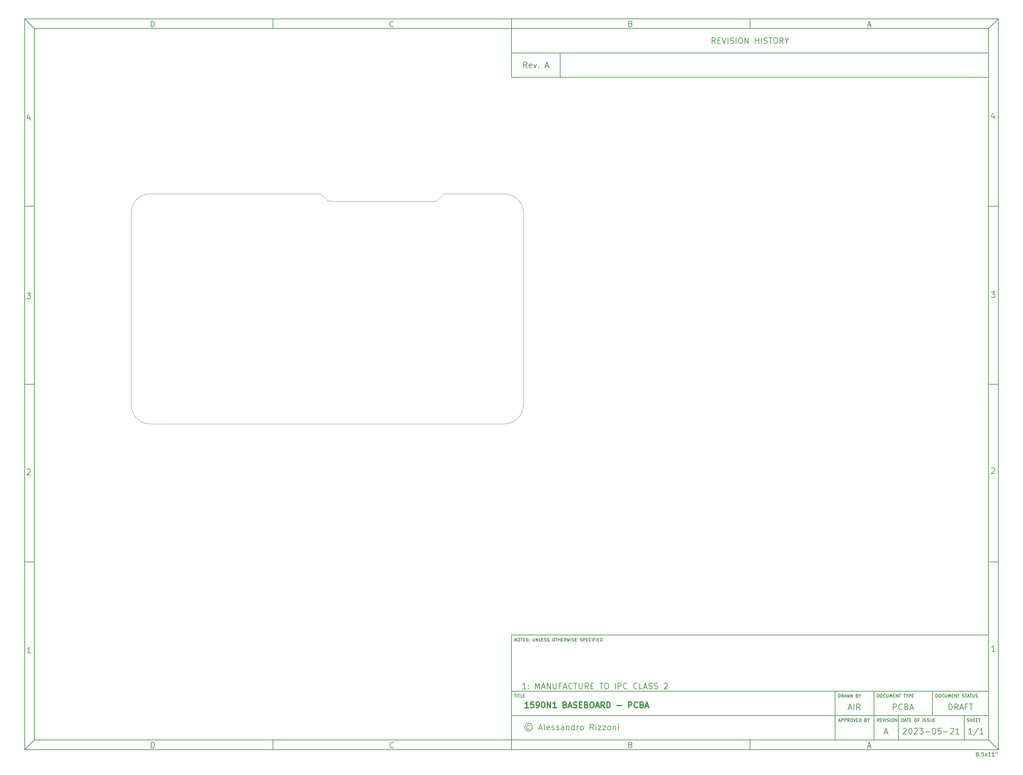
<source format=gbr>
%TF.GenerationSoftware,KiCad,Pcbnew,7.0.7*%
%TF.CreationDate,2023-08-19T17:10:16-04:00*%
%TF.ProjectId,baseboard,62617365-626f-4617-9264-2e6b69636164,A*%
%TF.SameCoordinates,Original*%
%TF.FileFunction,Profile,NP*%
%FSLAX46Y46*%
G04 Gerber Fmt 4.6, Leading zero omitted, Abs format (unit mm)*
G04 Created by KiCad (PCBNEW 7.0.7) date 2023-08-19 17:10:16*
%MOMM*%
%LPD*%
G01*
G04 APERTURE LIST*
%ADD10C,0.100000*%
%ADD11C,0.150000*%
%ADD12C,0.300000*%
%TA.AperFunction,Profile*%
%ADD13C,0.050000*%
%TD*%
G04 APERTURE END LIST*
D10*
D11*
X259813572Y-199154128D02*
X258956429Y-199154128D01*
X259385000Y-199154128D02*
X259385000Y-197654128D01*
X259385000Y-197654128D02*
X259242143Y-197868414D01*
X259242143Y-197868414D02*
X259099286Y-198011271D01*
X259099286Y-198011271D02*
X258956429Y-198082700D01*
X261527857Y-197582700D02*
X260242143Y-199511271D01*
X262813572Y-199154128D02*
X261956429Y-199154128D01*
X262385000Y-199154128D02*
X262385000Y-197654128D01*
X262385000Y-197654128D02*
X262242143Y-197868414D01*
X262242143Y-197868414D02*
X262099286Y-198011271D01*
X262099286Y-198011271D02*
X261956429Y-198082700D01*
D10*
D11*
X140409874Y-188759295D02*
X140867017Y-188759295D01*
X140638445Y-189559295D02*
X140638445Y-188759295D01*
X141133684Y-189559295D02*
X141133684Y-188759295D01*
X141400350Y-188759295D02*
X141857493Y-188759295D01*
X141628921Y-189559295D02*
X141628921Y-188759295D01*
X142505112Y-189559295D02*
X142124160Y-189559295D01*
X142124160Y-189559295D02*
X142124160Y-188759295D01*
X142771779Y-189140247D02*
X143038445Y-189140247D01*
X143152731Y-189559295D02*
X142771779Y-189559295D01*
X142771779Y-189559295D02*
X142771779Y-188759295D01*
X142771779Y-188759295D02*
X143152731Y-188759295D01*
D10*
D11*
X235596303Y-195909295D02*
X235329636Y-195528342D01*
X235139160Y-195909295D02*
X235139160Y-195109295D01*
X235139160Y-195109295D02*
X235443922Y-195109295D01*
X235443922Y-195109295D02*
X235520112Y-195147390D01*
X235520112Y-195147390D02*
X235558207Y-195185485D01*
X235558207Y-195185485D02*
X235596303Y-195261676D01*
X235596303Y-195261676D02*
X235596303Y-195375961D01*
X235596303Y-195375961D02*
X235558207Y-195452152D01*
X235558207Y-195452152D02*
X235520112Y-195490247D01*
X235520112Y-195490247D02*
X235443922Y-195528342D01*
X235443922Y-195528342D02*
X235139160Y-195528342D01*
X235939160Y-195490247D02*
X236205826Y-195490247D01*
X236320112Y-195909295D02*
X235939160Y-195909295D01*
X235939160Y-195909295D02*
X235939160Y-195109295D01*
X235939160Y-195109295D02*
X236320112Y-195109295D01*
X236548684Y-195109295D02*
X236815351Y-195909295D01*
X236815351Y-195909295D02*
X237082017Y-195109295D01*
X237348684Y-195909295D02*
X237348684Y-195109295D01*
X237691540Y-195871200D02*
X237805826Y-195909295D01*
X237805826Y-195909295D02*
X237996302Y-195909295D01*
X237996302Y-195909295D02*
X238072493Y-195871200D01*
X238072493Y-195871200D02*
X238110588Y-195833104D01*
X238110588Y-195833104D02*
X238148683Y-195756914D01*
X238148683Y-195756914D02*
X238148683Y-195680723D01*
X238148683Y-195680723D02*
X238110588Y-195604533D01*
X238110588Y-195604533D02*
X238072493Y-195566438D01*
X238072493Y-195566438D02*
X237996302Y-195528342D01*
X237996302Y-195528342D02*
X237843921Y-195490247D01*
X237843921Y-195490247D02*
X237767731Y-195452152D01*
X237767731Y-195452152D02*
X237729636Y-195414057D01*
X237729636Y-195414057D02*
X237691540Y-195337866D01*
X237691540Y-195337866D02*
X237691540Y-195261676D01*
X237691540Y-195261676D02*
X237729636Y-195185485D01*
X237729636Y-195185485D02*
X237767731Y-195147390D01*
X237767731Y-195147390D02*
X237843921Y-195109295D01*
X237843921Y-195109295D02*
X238034398Y-195109295D01*
X238034398Y-195109295D02*
X238148683Y-195147390D01*
X238491541Y-195909295D02*
X238491541Y-195109295D01*
X239024874Y-195109295D02*
X239177255Y-195109295D01*
X239177255Y-195109295D02*
X239253445Y-195147390D01*
X239253445Y-195147390D02*
X239329636Y-195223580D01*
X239329636Y-195223580D02*
X239367731Y-195375961D01*
X239367731Y-195375961D02*
X239367731Y-195642628D01*
X239367731Y-195642628D02*
X239329636Y-195795009D01*
X239329636Y-195795009D02*
X239253445Y-195871200D01*
X239253445Y-195871200D02*
X239177255Y-195909295D01*
X239177255Y-195909295D02*
X239024874Y-195909295D01*
X239024874Y-195909295D02*
X238948683Y-195871200D01*
X238948683Y-195871200D02*
X238872493Y-195795009D01*
X238872493Y-195795009D02*
X238834397Y-195642628D01*
X238834397Y-195642628D02*
X238834397Y-195375961D01*
X238834397Y-195375961D02*
X238872493Y-195223580D01*
X238872493Y-195223580D02*
X238948683Y-195147390D01*
X238948683Y-195147390D02*
X239024874Y-195109295D01*
X239710588Y-195909295D02*
X239710588Y-195109295D01*
X239710588Y-195109295D02*
X240167731Y-195909295D01*
X240167731Y-195909295D02*
X240167731Y-195109295D01*
D10*
D11*
X241489160Y-195909295D02*
X241489160Y-195109295D01*
X241489160Y-195109295D02*
X241679636Y-195109295D01*
X241679636Y-195109295D02*
X241793922Y-195147390D01*
X241793922Y-195147390D02*
X241870112Y-195223580D01*
X241870112Y-195223580D02*
X241908207Y-195299771D01*
X241908207Y-195299771D02*
X241946303Y-195452152D01*
X241946303Y-195452152D02*
X241946303Y-195566438D01*
X241946303Y-195566438D02*
X241908207Y-195718819D01*
X241908207Y-195718819D02*
X241870112Y-195795009D01*
X241870112Y-195795009D02*
X241793922Y-195871200D01*
X241793922Y-195871200D02*
X241679636Y-195909295D01*
X241679636Y-195909295D02*
X241489160Y-195909295D01*
X242251064Y-195680723D02*
X242632017Y-195680723D01*
X242174874Y-195909295D02*
X242441541Y-195109295D01*
X242441541Y-195109295D02*
X242708207Y-195909295D01*
X242860588Y-195109295D02*
X243317731Y-195109295D01*
X243089159Y-195909295D02*
X243089159Y-195109295D01*
X243584398Y-195490247D02*
X243851064Y-195490247D01*
X243965350Y-195909295D02*
X243584398Y-195909295D01*
X243584398Y-195909295D02*
X243584398Y-195109295D01*
X243584398Y-195109295D02*
X243965350Y-195109295D01*
X245070113Y-195109295D02*
X245222494Y-195109295D01*
X245222494Y-195109295D02*
X245298684Y-195147390D01*
X245298684Y-195147390D02*
X245374875Y-195223580D01*
X245374875Y-195223580D02*
X245412970Y-195375961D01*
X245412970Y-195375961D02*
X245412970Y-195642628D01*
X245412970Y-195642628D02*
X245374875Y-195795009D01*
X245374875Y-195795009D02*
X245298684Y-195871200D01*
X245298684Y-195871200D02*
X245222494Y-195909295D01*
X245222494Y-195909295D02*
X245070113Y-195909295D01*
X245070113Y-195909295D02*
X244993922Y-195871200D01*
X244993922Y-195871200D02*
X244917732Y-195795009D01*
X244917732Y-195795009D02*
X244879636Y-195642628D01*
X244879636Y-195642628D02*
X244879636Y-195375961D01*
X244879636Y-195375961D02*
X244917732Y-195223580D01*
X244917732Y-195223580D02*
X244993922Y-195147390D01*
X244993922Y-195147390D02*
X245070113Y-195109295D01*
X246022493Y-195490247D02*
X245755827Y-195490247D01*
X245755827Y-195909295D02*
X245755827Y-195109295D01*
X245755827Y-195109295D02*
X246136779Y-195109295D01*
X247051065Y-195909295D02*
X247051065Y-195109295D01*
X247393921Y-195871200D02*
X247508207Y-195909295D01*
X247508207Y-195909295D02*
X247698683Y-195909295D01*
X247698683Y-195909295D02*
X247774874Y-195871200D01*
X247774874Y-195871200D02*
X247812969Y-195833104D01*
X247812969Y-195833104D02*
X247851064Y-195756914D01*
X247851064Y-195756914D02*
X247851064Y-195680723D01*
X247851064Y-195680723D02*
X247812969Y-195604533D01*
X247812969Y-195604533D02*
X247774874Y-195566438D01*
X247774874Y-195566438D02*
X247698683Y-195528342D01*
X247698683Y-195528342D02*
X247546302Y-195490247D01*
X247546302Y-195490247D02*
X247470112Y-195452152D01*
X247470112Y-195452152D02*
X247432017Y-195414057D01*
X247432017Y-195414057D02*
X247393921Y-195337866D01*
X247393921Y-195337866D02*
X247393921Y-195261676D01*
X247393921Y-195261676D02*
X247432017Y-195185485D01*
X247432017Y-195185485D02*
X247470112Y-195147390D01*
X247470112Y-195147390D02*
X247546302Y-195109295D01*
X247546302Y-195109295D02*
X247736779Y-195109295D01*
X247736779Y-195109295D02*
X247851064Y-195147390D01*
X248155826Y-195871200D02*
X248270112Y-195909295D01*
X248270112Y-195909295D02*
X248460588Y-195909295D01*
X248460588Y-195909295D02*
X248536779Y-195871200D01*
X248536779Y-195871200D02*
X248574874Y-195833104D01*
X248574874Y-195833104D02*
X248612969Y-195756914D01*
X248612969Y-195756914D02*
X248612969Y-195680723D01*
X248612969Y-195680723D02*
X248574874Y-195604533D01*
X248574874Y-195604533D02*
X248536779Y-195566438D01*
X248536779Y-195566438D02*
X248460588Y-195528342D01*
X248460588Y-195528342D02*
X248308207Y-195490247D01*
X248308207Y-195490247D02*
X248232017Y-195452152D01*
X248232017Y-195452152D02*
X248193922Y-195414057D01*
X248193922Y-195414057D02*
X248155826Y-195337866D01*
X248155826Y-195337866D02*
X248155826Y-195261676D01*
X248155826Y-195261676D02*
X248193922Y-195185485D01*
X248193922Y-195185485D02*
X248232017Y-195147390D01*
X248232017Y-195147390D02*
X248308207Y-195109295D01*
X248308207Y-195109295D02*
X248498684Y-195109295D01*
X248498684Y-195109295D02*
X248612969Y-195147390D01*
X248955827Y-195109295D02*
X248955827Y-195756914D01*
X248955827Y-195756914D02*
X248993922Y-195833104D01*
X248993922Y-195833104D02*
X249032017Y-195871200D01*
X249032017Y-195871200D02*
X249108208Y-195909295D01*
X249108208Y-195909295D02*
X249260589Y-195909295D01*
X249260589Y-195909295D02*
X249336779Y-195871200D01*
X249336779Y-195871200D02*
X249374874Y-195833104D01*
X249374874Y-195833104D02*
X249412970Y-195756914D01*
X249412970Y-195756914D02*
X249412970Y-195109295D01*
X249793922Y-195490247D02*
X250060588Y-195490247D01*
X250174874Y-195909295D02*
X249793922Y-195909295D01*
X249793922Y-195909295D02*
X249793922Y-195109295D01*
X249793922Y-195109295D02*
X250174874Y-195109295D01*
D10*
D11*
X258596064Y-195871200D02*
X258710350Y-195909295D01*
X258710350Y-195909295D02*
X258900826Y-195909295D01*
X258900826Y-195909295D02*
X258977017Y-195871200D01*
X258977017Y-195871200D02*
X259015112Y-195833104D01*
X259015112Y-195833104D02*
X259053207Y-195756914D01*
X259053207Y-195756914D02*
X259053207Y-195680723D01*
X259053207Y-195680723D02*
X259015112Y-195604533D01*
X259015112Y-195604533D02*
X258977017Y-195566438D01*
X258977017Y-195566438D02*
X258900826Y-195528342D01*
X258900826Y-195528342D02*
X258748445Y-195490247D01*
X258748445Y-195490247D02*
X258672255Y-195452152D01*
X258672255Y-195452152D02*
X258634160Y-195414057D01*
X258634160Y-195414057D02*
X258596064Y-195337866D01*
X258596064Y-195337866D02*
X258596064Y-195261676D01*
X258596064Y-195261676D02*
X258634160Y-195185485D01*
X258634160Y-195185485D02*
X258672255Y-195147390D01*
X258672255Y-195147390D02*
X258748445Y-195109295D01*
X258748445Y-195109295D02*
X258938922Y-195109295D01*
X258938922Y-195109295D02*
X259053207Y-195147390D01*
X259396065Y-195909295D02*
X259396065Y-195109295D01*
X259396065Y-195490247D02*
X259853208Y-195490247D01*
X259853208Y-195909295D02*
X259853208Y-195109295D01*
X260234160Y-195490247D02*
X260500826Y-195490247D01*
X260615112Y-195909295D02*
X260234160Y-195909295D01*
X260234160Y-195909295D02*
X260234160Y-195109295D01*
X260234160Y-195109295D02*
X260615112Y-195109295D01*
X260957970Y-195490247D02*
X261224636Y-195490247D01*
X261338922Y-195909295D02*
X260957970Y-195909295D01*
X260957970Y-195909295D02*
X260957970Y-195109295D01*
X260957970Y-195109295D02*
X261338922Y-195109295D01*
X261567494Y-195109295D02*
X262024637Y-195109295D01*
X261796065Y-195909295D02*
X261796065Y-195109295D01*
D10*
D11*
X239299285Y-192804128D02*
X239299285Y-191304128D01*
X239299285Y-191304128D02*
X239870714Y-191304128D01*
X239870714Y-191304128D02*
X240013571Y-191375557D01*
X240013571Y-191375557D02*
X240085000Y-191446985D01*
X240085000Y-191446985D02*
X240156428Y-191589842D01*
X240156428Y-191589842D02*
X240156428Y-191804128D01*
X240156428Y-191804128D02*
X240085000Y-191946985D01*
X240085000Y-191946985D02*
X240013571Y-192018414D01*
X240013571Y-192018414D02*
X239870714Y-192089842D01*
X239870714Y-192089842D02*
X239299285Y-192089842D01*
X241656428Y-192661271D02*
X241585000Y-192732700D01*
X241585000Y-192732700D02*
X241370714Y-192804128D01*
X241370714Y-192804128D02*
X241227857Y-192804128D01*
X241227857Y-192804128D02*
X241013571Y-192732700D01*
X241013571Y-192732700D02*
X240870714Y-192589842D01*
X240870714Y-192589842D02*
X240799285Y-192446985D01*
X240799285Y-192446985D02*
X240727857Y-192161271D01*
X240727857Y-192161271D02*
X240727857Y-191946985D01*
X240727857Y-191946985D02*
X240799285Y-191661271D01*
X240799285Y-191661271D02*
X240870714Y-191518414D01*
X240870714Y-191518414D02*
X241013571Y-191375557D01*
X241013571Y-191375557D02*
X241227857Y-191304128D01*
X241227857Y-191304128D02*
X241370714Y-191304128D01*
X241370714Y-191304128D02*
X241585000Y-191375557D01*
X241585000Y-191375557D02*
X241656428Y-191446985D01*
X242799285Y-192018414D02*
X243013571Y-192089842D01*
X243013571Y-192089842D02*
X243085000Y-192161271D01*
X243085000Y-192161271D02*
X243156428Y-192304128D01*
X243156428Y-192304128D02*
X243156428Y-192518414D01*
X243156428Y-192518414D02*
X243085000Y-192661271D01*
X243085000Y-192661271D02*
X243013571Y-192732700D01*
X243013571Y-192732700D02*
X242870714Y-192804128D01*
X242870714Y-192804128D02*
X242299285Y-192804128D01*
X242299285Y-192804128D02*
X242299285Y-191304128D01*
X242299285Y-191304128D02*
X242799285Y-191304128D01*
X242799285Y-191304128D02*
X242942143Y-191375557D01*
X242942143Y-191375557D02*
X243013571Y-191446985D01*
X243013571Y-191446985D02*
X243085000Y-191589842D01*
X243085000Y-191589842D02*
X243085000Y-191732700D01*
X243085000Y-191732700D02*
X243013571Y-191875557D01*
X243013571Y-191875557D02*
X242942143Y-191946985D01*
X242942143Y-191946985D02*
X242799285Y-192018414D01*
X242799285Y-192018414D02*
X242299285Y-192018414D01*
X243727857Y-192375557D02*
X244442143Y-192375557D01*
X243585000Y-192804128D02*
X244085000Y-191304128D01*
X244085000Y-191304128D02*
X244585000Y-192804128D01*
D10*
D11*
X225068064Y-195680723D02*
X225449017Y-195680723D01*
X224991874Y-195909295D02*
X225258541Y-195109295D01*
X225258541Y-195109295D02*
X225525207Y-195909295D01*
X225791874Y-195909295D02*
X225791874Y-195109295D01*
X225791874Y-195109295D02*
X226096636Y-195109295D01*
X226096636Y-195109295D02*
X226172826Y-195147390D01*
X226172826Y-195147390D02*
X226210921Y-195185485D01*
X226210921Y-195185485D02*
X226249017Y-195261676D01*
X226249017Y-195261676D02*
X226249017Y-195375961D01*
X226249017Y-195375961D02*
X226210921Y-195452152D01*
X226210921Y-195452152D02*
X226172826Y-195490247D01*
X226172826Y-195490247D02*
X226096636Y-195528342D01*
X226096636Y-195528342D02*
X225791874Y-195528342D01*
X226591874Y-195909295D02*
X226591874Y-195109295D01*
X226591874Y-195109295D02*
X226896636Y-195109295D01*
X226896636Y-195109295D02*
X226972826Y-195147390D01*
X226972826Y-195147390D02*
X227010921Y-195185485D01*
X227010921Y-195185485D02*
X227049017Y-195261676D01*
X227049017Y-195261676D02*
X227049017Y-195375961D01*
X227049017Y-195375961D02*
X227010921Y-195452152D01*
X227010921Y-195452152D02*
X226972826Y-195490247D01*
X226972826Y-195490247D02*
X226896636Y-195528342D01*
X226896636Y-195528342D02*
X226591874Y-195528342D01*
X227849017Y-195909295D02*
X227582350Y-195528342D01*
X227391874Y-195909295D02*
X227391874Y-195109295D01*
X227391874Y-195109295D02*
X227696636Y-195109295D01*
X227696636Y-195109295D02*
X227772826Y-195147390D01*
X227772826Y-195147390D02*
X227810921Y-195185485D01*
X227810921Y-195185485D02*
X227849017Y-195261676D01*
X227849017Y-195261676D02*
X227849017Y-195375961D01*
X227849017Y-195375961D02*
X227810921Y-195452152D01*
X227810921Y-195452152D02*
X227772826Y-195490247D01*
X227772826Y-195490247D02*
X227696636Y-195528342D01*
X227696636Y-195528342D02*
X227391874Y-195528342D01*
X228344255Y-195109295D02*
X228496636Y-195109295D01*
X228496636Y-195109295D02*
X228572826Y-195147390D01*
X228572826Y-195147390D02*
X228649017Y-195223580D01*
X228649017Y-195223580D02*
X228687112Y-195375961D01*
X228687112Y-195375961D02*
X228687112Y-195642628D01*
X228687112Y-195642628D02*
X228649017Y-195795009D01*
X228649017Y-195795009D02*
X228572826Y-195871200D01*
X228572826Y-195871200D02*
X228496636Y-195909295D01*
X228496636Y-195909295D02*
X228344255Y-195909295D01*
X228344255Y-195909295D02*
X228268064Y-195871200D01*
X228268064Y-195871200D02*
X228191874Y-195795009D01*
X228191874Y-195795009D02*
X228153778Y-195642628D01*
X228153778Y-195642628D02*
X228153778Y-195375961D01*
X228153778Y-195375961D02*
X228191874Y-195223580D01*
X228191874Y-195223580D02*
X228268064Y-195147390D01*
X228268064Y-195147390D02*
X228344255Y-195109295D01*
X228915683Y-195109295D02*
X229182350Y-195909295D01*
X229182350Y-195909295D02*
X229449016Y-195109295D01*
X229715683Y-195490247D02*
X229982349Y-195490247D01*
X230096635Y-195909295D02*
X229715683Y-195909295D01*
X229715683Y-195909295D02*
X229715683Y-195109295D01*
X229715683Y-195109295D02*
X230096635Y-195109295D01*
X230439493Y-195909295D02*
X230439493Y-195109295D01*
X230439493Y-195109295D02*
X230629969Y-195109295D01*
X230629969Y-195109295D02*
X230744255Y-195147390D01*
X230744255Y-195147390D02*
X230820445Y-195223580D01*
X230820445Y-195223580D02*
X230858540Y-195299771D01*
X230858540Y-195299771D02*
X230896636Y-195452152D01*
X230896636Y-195452152D02*
X230896636Y-195566438D01*
X230896636Y-195566438D02*
X230858540Y-195718819D01*
X230858540Y-195718819D02*
X230820445Y-195795009D01*
X230820445Y-195795009D02*
X230744255Y-195871200D01*
X230744255Y-195871200D02*
X230629969Y-195909295D01*
X230629969Y-195909295D02*
X230439493Y-195909295D01*
X232115683Y-195490247D02*
X232229969Y-195528342D01*
X232229969Y-195528342D02*
X232268064Y-195566438D01*
X232268064Y-195566438D02*
X232306160Y-195642628D01*
X232306160Y-195642628D02*
X232306160Y-195756914D01*
X232306160Y-195756914D02*
X232268064Y-195833104D01*
X232268064Y-195833104D02*
X232229969Y-195871200D01*
X232229969Y-195871200D02*
X232153779Y-195909295D01*
X232153779Y-195909295D02*
X231849017Y-195909295D01*
X231849017Y-195909295D02*
X231849017Y-195109295D01*
X231849017Y-195109295D02*
X232115683Y-195109295D01*
X232115683Y-195109295D02*
X232191874Y-195147390D01*
X232191874Y-195147390D02*
X232229969Y-195185485D01*
X232229969Y-195185485D02*
X232268064Y-195261676D01*
X232268064Y-195261676D02*
X232268064Y-195337866D01*
X232268064Y-195337866D02*
X232229969Y-195414057D01*
X232229969Y-195414057D02*
X232191874Y-195452152D01*
X232191874Y-195452152D02*
X232115683Y-195490247D01*
X232115683Y-195490247D02*
X231849017Y-195490247D01*
X232801398Y-195528342D02*
X232801398Y-195909295D01*
X232534731Y-195109295D02*
X232801398Y-195528342D01*
X232801398Y-195528342D02*
X233068064Y-195109295D01*
D10*
D11*
X144445112Y-196918271D02*
X144302255Y-196846842D01*
X144302255Y-196846842D02*
X144016541Y-196846842D01*
X144016541Y-196846842D02*
X143873684Y-196918271D01*
X143873684Y-196918271D02*
X143730826Y-197061128D01*
X143730826Y-197061128D02*
X143659398Y-197203985D01*
X143659398Y-197203985D02*
X143659398Y-197489700D01*
X143659398Y-197489700D02*
X143730826Y-197632557D01*
X143730826Y-197632557D02*
X143873684Y-197775414D01*
X143873684Y-197775414D02*
X144016541Y-197846842D01*
X144016541Y-197846842D02*
X144302255Y-197846842D01*
X144302255Y-197846842D02*
X144445112Y-197775414D01*
X144159398Y-196346842D02*
X143802255Y-196418271D01*
X143802255Y-196418271D02*
X143445112Y-196632557D01*
X143445112Y-196632557D02*
X143230826Y-196989700D01*
X143230826Y-196989700D02*
X143159398Y-197346842D01*
X143159398Y-197346842D02*
X143230826Y-197703985D01*
X143230826Y-197703985D02*
X143445112Y-198061128D01*
X143445112Y-198061128D02*
X143802255Y-198275414D01*
X143802255Y-198275414D02*
X144159398Y-198346842D01*
X144159398Y-198346842D02*
X144516541Y-198275414D01*
X144516541Y-198275414D02*
X144873684Y-198061128D01*
X144873684Y-198061128D02*
X145087969Y-197703985D01*
X145087969Y-197703985D02*
X145159398Y-197346842D01*
X145159398Y-197346842D02*
X145087969Y-196989700D01*
X145087969Y-196989700D02*
X144873684Y-196632557D01*
X144873684Y-196632557D02*
X144516541Y-196418271D01*
X144516541Y-196418271D02*
X144159398Y-196346842D01*
X146873684Y-197632557D02*
X147587970Y-197632557D01*
X146730827Y-198061128D02*
X147230827Y-196561128D01*
X147230827Y-196561128D02*
X147730827Y-198061128D01*
X148445112Y-198061128D02*
X148302255Y-197989700D01*
X148302255Y-197989700D02*
X148230826Y-197846842D01*
X148230826Y-197846842D02*
X148230826Y-196561128D01*
X149587969Y-197989700D02*
X149445112Y-198061128D01*
X149445112Y-198061128D02*
X149159398Y-198061128D01*
X149159398Y-198061128D02*
X149016540Y-197989700D01*
X149016540Y-197989700D02*
X148945112Y-197846842D01*
X148945112Y-197846842D02*
X148945112Y-197275414D01*
X148945112Y-197275414D02*
X149016540Y-197132557D01*
X149016540Y-197132557D02*
X149159398Y-197061128D01*
X149159398Y-197061128D02*
X149445112Y-197061128D01*
X149445112Y-197061128D02*
X149587969Y-197132557D01*
X149587969Y-197132557D02*
X149659398Y-197275414D01*
X149659398Y-197275414D02*
X149659398Y-197418271D01*
X149659398Y-197418271D02*
X148945112Y-197561128D01*
X150230826Y-197989700D02*
X150373683Y-198061128D01*
X150373683Y-198061128D02*
X150659397Y-198061128D01*
X150659397Y-198061128D02*
X150802254Y-197989700D01*
X150802254Y-197989700D02*
X150873683Y-197846842D01*
X150873683Y-197846842D02*
X150873683Y-197775414D01*
X150873683Y-197775414D02*
X150802254Y-197632557D01*
X150802254Y-197632557D02*
X150659397Y-197561128D01*
X150659397Y-197561128D02*
X150445112Y-197561128D01*
X150445112Y-197561128D02*
X150302254Y-197489700D01*
X150302254Y-197489700D02*
X150230826Y-197346842D01*
X150230826Y-197346842D02*
X150230826Y-197275414D01*
X150230826Y-197275414D02*
X150302254Y-197132557D01*
X150302254Y-197132557D02*
X150445112Y-197061128D01*
X150445112Y-197061128D02*
X150659397Y-197061128D01*
X150659397Y-197061128D02*
X150802254Y-197132557D01*
X151445112Y-197989700D02*
X151587969Y-198061128D01*
X151587969Y-198061128D02*
X151873683Y-198061128D01*
X151873683Y-198061128D02*
X152016540Y-197989700D01*
X152016540Y-197989700D02*
X152087969Y-197846842D01*
X152087969Y-197846842D02*
X152087969Y-197775414D01*
X152087969Y-197775414D02*
X152016540Y-197632557D01*
X152016540Y-197632557D02*
X151873683Y-197561128D01*
X151873683Y-197561128D02*
X151659398Y-197561128D01*
X151659398Y-197561128D02*
X151516540Y-197489700D01*
X151516540Y-197489700D02*
X151445112Y-197346842D01*
X151445112Y-197346842D02*
X151445112Y-197275414D01*
X151445112Y-197275414D02*
X151516540Y-197132557D01*
X151516540Y-197132557D02*
X151659398Y-197061128D01*
X151659398Y-197061128D02*
X151873683Y-197061128D01*
X151873683Y-197061128D02*
X152016540Y-197132557D01*
X153373684Y-198061128D02*
X153373684Y-197275414D01*
X153373684Y-197275414D02*
X153302255Y-197132557D01*
X153302255Y-197132557D02*
X153159398Y-197061128D01*
X153159398Y-197061128D02*
X152873684Y-197061128D01*
X152873684Y-197061128D02*
X152730826Y-197132557D01*
X153373684Y-197989700D02*
X153230826Y-198061128D01*
X153230826Y-198061128D02*
X152873684Y-198061128D01*
X152873684Y-198061128D02*
X152730826Y-197989700D01*
X152730826Y-197989700D02*
X152659398Y-197846842D01*
X152659398Y-197846842D02*
X152659398Y-197703985D01*
X152659398Y-197703985D02*
X152730826Y-197561128D01*
X152730826Y-197561128D02*
X152873684Y-197489700D01*
X152873684Y-197489700D02*
X153230826Y-197489700D01*
X153230826Y-197489700D02*
X153373684Y-197418271D01*
X154087969Y-197061128D02*
X154087969Y-198061128D01*
X154087969Y-197203985D02*
X154159398Y-197132557D01*
X154159398Y-197132557D02*
X154302255Y-197061128D01*
X154302255Y-197061128D02*
X154516541Y-197061128D01*
X154516541Y-197061128D02*
X154659398Y-197132557D01*
X154659398Y-197132557D02*
X154730827Y-197275414D01*
X154730827Y-197275414D02*
X154730827Y-198061128D01*
X156087970Y-198061128D02*
X156087970Y-196561128D01*
X156087970Y-197989700D02*
X155945112Y-198061128D01*
X155945112Y-198061128D02*
X155659398Y-198061128D01*
X155659398Y-198061128D02*
X155516541Y-197989700D01*
X155516541Y-197989700D02*
X155445112Y-197918271D01*
X155445112Y-197918271D02*
X155373684Y-197775414D01*
X155373684Y-197775414D02*
X155373684Y-197346842D01*
X155373684Y-197346842D02*
X155445112Y-197203985D01*
X155445112Y-197203985D02*
X155516541Y-197132557D01*
X155516541Y-197132557D02*
X155659398Y-197061128D01*
X155659398Y-197061128D02*
X155945112Y-197061128D01*
X155945112Y-197061128D02*
X156087970Y-197132557D01*
X156802255Y-198061128D02*
X156802255Y-197061128D01*
X156802255Y-197346842D02*
X156873684Y-197203985D01*
X156873684Y-197203985D02*
X156945113Y-197132557D01*
X156945113Y-197132557D02*
X157087970Y-197061128D01*
X157087970Y-197061128D02*
X157230827Y-197061128D01*
X157945112Y-198061128D02*
X157802255Y-197989700D01*
X157802255Y-197989700D02*
X157730826Y-197918271D01*
X157730826Y-197918271D02*
X157659398Y-197775414D01*
X157659398Y-197775414D02*
X157659398Y-197346842D01*
X157659398Y-197346842D02*
X157730826Y-197203985D01*
X157730826Y-197203985D02*
X157802255Y-197132557D01*
X157802255Y-197132557D02*
X157945112Y-197061128D01*
X157945112Y-197061128D02*
X158159398Y-197061128D01*
X158159398Y-197061128D02*
X158302255Y-197132557D01*
X158302255Y-197132557D02*
X158373684Y-197203985D01*
X158373684Y-197203985D02*
X158445112Y-197346842D01*
X158445112Y-197346842D02*
X158445112Y-197775414D01*
X158445112Y-197775414D02*
X158373684Y-197918271D01*
X158373684Y-197918271D02*
X158302255Y-197989700D01*
X158302255Y-197989700D02*
X158159398Y-198061128D01*
X158159398Y-198061128D02*
X157945112Y-198061128D01*
X161087969Y-198061128D02*
X160587969Y-197346842D01*
X160230826Y-198061128D02*
X160230826Y-196561128D01*
X160230826Y-196561128D02*
X160802255Y-196561128D01*
X160802255Y-196561128D02*
X160945112Y-196632557D01*
X160945112Y-196632557D02*
X161016541Y-196703985D01*
X161016541Y-196703985D02*
X161087969Y-196846842D01*
X161087969Y-196846842D02*
X161087969Y-197061128D01*
X161087969Y-197061128D02*
X161016541Y-197203985D01*
X161016541Y-197203985D02*
X160945112Y-197275414D01*
X160945112Y-197275414D02*
X160802255Y-197346842D01*
X160802255Y-197346842D02*
X160230826Y-197346842D01*
X161730826Y-198061128D02*
X161730826Y-197061128D01*
X161730826Y-196561128D02*
X161659398Y-196632557D01*
X161659398Y-196632557D02*
X161730826Y-196703985D01*
X161730826Y-196703985D02*
X161802255Y-196632557D01*
X161802255Y-196632557D02*
X161730826Y-196561128D01*
X161730826Y-196561128D02*
X161730826Y-196703985D01*
X162302255Y-197061128D02*
X163087970Y-197061128D01*
X163087970Y-197061128D02*
X162302255Y-198061128D01*
X162302255Y-198061128D02*
X163087970Y-198061128D01*
X163516541Y-197061128D02*
X164302256Y-197061128D01*
X164302256Y-197061128D02*
X163516541Y-198061128D01*
X163516541Y-198061128D02*
X164302256Y-198061128D01*
X165087970Y-198061128D02*
X164945113Y-197989700D01*
X164945113Y-197989700D02*
X164873684Y-197918271D01*
X164873684Y-197918271D02*
X164802256Y-197775414D01*
X164802256Y-197775414D02*
X164802256Y-197346842D01*
X164802256Y-197346842D02*
X164873684Y-197203985D01*
X164873684Y-197203985D02*
X164945113Y-197132557D01*
X164945113Y-197132557D02*
X165087970Y-197061128D01*
X165087970Y-197061128D02*
X165302256Y-197061128D01*
X165302256Y-197061128D02*
X165445113Y-197132557D01*
X165445113Y-197132557D02*
X165516542Y-197203985D01*
X165516542Y-197203985D02*
X165587970Y-197346842D01*
X165587970Y-197346842D02*
X165587970Y-197775414D01*
X165587970Y-197775414D02*
X165516542Y-197918271D01*
X165516542Y-197918271D02*
X165445113Y-197989700D01*
X165445113Y-197989700D02*
X165302256Y-198061128D01*
X165302256Y-198061128D02*
X165087970Y-198061128D01*
X166230827Y-197061128D02*
X166230827Y-198061128D01*
X166230827Y-197203985D02*
X166302256Y-197132557D01*
X166302256Y-197132557D02*
X166445113Y-197061128D01*
X166445113Y-197061128D02*
X166659399Y-197061128D01*
X166659399Y-197061128D02*
X166802256Y-197132557D01*
X166802256Y-197132557D02*
X166873685Y-197275414D01*
X166873685Y-197275414D02*
X166873685Y-198061128D01*
X167587970Y-198061128D02*
X167587970Y-197061128D01*
X167587970Y-196561128D02*
X167516542Y-196632557D01*
X167516542Y-196632557D02*
X167587970Y-196703985D01*
X167587970Y-196703985D02*
X167659399Y-196632557D01*
X167659399Y-196632557D02*
X167587970Y-196561128D01*
X167587970Y-196561128D02*
X167587970Y-196703985D01*
D10*
D11*
X227670714Y-192375557D02*
X228385000Y-192375557D01*
X227527857Y-192804128D02*
X228027857Y-191304128D01*
X228027857Y-191304128D02*
X228527857Y-192804128D01*
X229027856Y-192804128D02*
X229027856Y-191304128D01*
X230599285Y-192804128D02*
X230099285Y-192089842D01*
X229742142Y-192804128D02*
X229742142Y-191304128D01*
X229742142Y-191304128D02*
X230313571Y-191304128D01*
X230313571Y-191304128D02*
X230456428Y-191375557D01*
X230456428Y-191375557D02*
X230527857Y-191446985D01*
X230527857Y-191446985D02*
X230599285Y-191589842D01*
X230599285Y-191589842D02*
X230599285Y-191804128D01*
X230599285Y-191804128D02*
X230527857Y-191946985D01*
X230527857Y-191946985D02*
X230456428Y-192018414D01*
X230456428Y-192018414D02*
X230313571Y-192089842D01*
X230313571Y-192089842D02*
X229742142Y-192089842D01*
D10*
D11*
D10*
D11*
X250379160Y-189559295D02*
X250379160Y-188759295D01*
X250379160Y-188759295D02*
X250569636Y-188759295D01*
X250569636Y-188759295D02*
X250683922Y-188797390D01*
X250683922Y-188797390D02*
X250760112Y-188873580D01*
X250760112Y-188873580D02*
X250798207Y-188949771D01*
X250798207Y-188949771D02*
X250836303Y-189102152D01*
X250836303Y-189102152D02*
X250836303Y-189216438D01*
X250836303Y-189216438D02*
X250798207Y-189368819D01*
X250798207Y-189368819D02*
X250760112Y-189445009D01*
X250760112Y-189445009D02*
X250683922Y-189521200D01*
X250683922Y-189521200D02*
X250569636Y-189559295D01*
X250569636Y-189559295D02*
X250379160Y-189559295D01*
X251331541Y-188759295D02*
X251483922Y-188759295D01*
X251483922Y-188759295D02*
X251560112Y-188797390D01*
X251560112Y-188797390D02*
X251636303Y-188873580D01*
X251636303Y-188873580D02*
X251674398Y-189025961D01*
X251674398Y-189025961D02*
X251674398Y-189292628D01*
X251674398Y-189292628D02*
X251636303Y-189445009D01*
X251636303Y-189445009D02*
X251560112Y-189521200D01*
X251560112Y-189521200D02*
X251483922Y-189559295D01*
X251483922Y-189559295D02*
X251331541Y-189559295D01*
X251331541Y-189559295D02*
X251255350Y-189521200D01*
X251255350Y-189521200D02*
X251179160Y-189445009D01*
X251179160Y-189445009D02*
X251141064Y-189292628D01*
X251141064Y-189292628D02*
X251141064Y-189025961D01*
X251141064Y-189025961D02*
X251179160Y-188873580D01*
X251179160Y-188873580D02*
X251255350Y-188797390D01*
X251255350Y-188797390D02*
X251331541Y-188759295D01*
X252474398Y-189483104D02*
X252436302Y-189521200D01*
X252436302Y-189521200D02*
X252322017Y-189559295D01*
X252322017Y-189559295D02*
X252245826Y-189559295D01*
X252245826Y-189559295D02*
X252131540Y-189521200D01*
X252131540Y-189521200D02*
X252055350Y-189445009D01*
X252055350Y-189445009D02*
X252017255Y-189368819D01*
X252017255Y-189368819D02*
X251979159Y-189216438D01*
X251979159Y-189216438D02*
X251979159Y-189102152D01*
X251979159Y-189102152D02*
X252017255Y-188949771D01*
X252017255Y-188949771D02*
X252055350Y-188873580D01*
X252055350Y-188873580D02*
X252131540Y-188797390D01*
X252131540Y-188797390D02*
X252245826Y-188759295D01*
X252245826Y-188759295D02*
X252322017Y-188759295D01*
X252322017Y-188759295D02*
X252436302Y-188797390D01*
X252436302Y-188797390D02*
X252474398Y-188835485D01*
X252817255Y-188759295D02*
X252817255Y-189406914D01*
X252817255Y-189406914D02*
X252855350Y-189483104D01*
X252855350Y-189483104D02*
X252893445Y-189521200D01*
X252893445Y-189521200D02*
X252969636Y-189559295D01*
X252969636Y-189559295D02*
X253122017Y-189559295D01*
X253122017Y-189559295D02*
X253198207Y-189521200D01*
X253198207Y-189521200D02*
X253236302Y-189483104D01*
X253236302Y-189483104D02*
X253274398Y-189406914D01*
X253274398Y-189406914D02*
X253274398Y-188759295D01*
X253655350Y-189559295D02*
X253655350Y-188759295D01*
X253655350Y-188759295D02*
X253922016Y-189330723D01*
X253922016Y-189330723D02*
X254188683Y-188759295D01*
X254188683Y-188759295D02*
X254188683Y-189559295D01*
X254569636Y-189140247D02*
X254836302Y-189140247D01*
X254950588Y-189559295D02*
X254569636Y-189559295D01*
X254569636Y-189559295D02*
X254569636Y-188759295D01*
X254569636Y-188759295D02*
X254950588Y-188759295D01*
X255293446Y-189559295D02*
X255293446Y-188759295D01*
X255293446Y-188759295D02*
X255750589Y-189559295D01*
X255750589Y-189559295D02*
X255750589Y-188759295D01*
X256017255Y-188759295D02*
X256474398Y-188759295D01*
X256245826Y-189559295D02*
X256245826Y-188759295D01*
X257312493Y-189521200D02*
X257426779Y-189559295D01*
X257426779Y-189559295D02*
X257617255Y-189559295D01*
X257617255Y-189559295D02*
X257693446Y-189521200D01*
X257693446Y-189521200D02*
X257731541Y-189483104D01*
X257731541Y-189483104D02*
X257769636Y-189406914D01*
X257769636Y-189406914D02*
X257769636Y-189330723D01*
X257769636Y-189330723D02*
X257731541Y-189254533D01*
X257731541Y-189254533D02*
X257693446Y-189216438D01*
X257693446Y-189216438D02*
X257617255Y-189178342D01*
X257617255Y-189178342D02*
X257464874Y-189140247D01*
X257464874Y-189140247D02*
X257388684Y-189102152D01*
X257388684Y-189102152D02*
X257350589Y-189064057D01*
X257350589Y-189064057D02*
X257312493Y-188987866D01*
X257312493Y-188987866D02*
X257312493Y-188911676D01*
X257312493Y-188911676D02*
X257350589Y-188835485D01*
X257350589Y-188835485D02*
X257388684Y-188797390D01*
X257388684Y-188797390D02*
X257464874Y-188759295D01*
X257464874Y-188759295D02*
X257655351Y-188759295D01*
X257655351Y-188759295D02*
X257769636Y-188797390D01*
X257998208Y-188759295D02*
X258455351Y-188759295D01*
X258226779Y-189559295D02*
X258226779Y-188759295D01*
X258683922Y-189330723D02*
X259064875Y-189330723D01*
X258607732Y-189559295D02*
X258874399Y-188759295D01*
X258874399Y-188759295D02*
X259141065Y-189559295D01*
X259293446Y-188759295D02*
X259750589Y-188759295D01*
X259522017Y-189559295D02*
X259522017Y-188759295D01*
X260017256Y-188759295D02*
X260017256Y-189406914D01*
X260017256Y-189406914D02*
X260055351Y-189483104D01*
X260055351Y-189483104D02*
X260093446Y-189521200D01*
X260093446Y-189521200D02*
X260169637Y-189559295D01*
X260169637Y-189559295D02*
X260322018Y-189559295D01*
X260322018Y-189559295D02*
X260398208Y-189521200D01*
X260398208Y-189521200D02*
X260436303Y-189483104D01*
X260436303Y-189483104D02*
X260474399Y-189406914D01*
X260474399Y-189406914D02*
X260474399Y-188759295D01*
X260817255Y-189521200D02*
X260931541Y-189559295D01*
X260931541Y-189559295D02*
X261122017Y-189559295D01*
X261122017Y-189559295D02*
X261198208Y-189521200D01*
X261198208Y-189521200D02*
X261236303Y-189483104D01*
X261236303Y-189483104D02*
X261274398Y-189406914D01*
X261274398Y-189406914D02*
X261274398Y-189330723D01*
X261274398Y-189330723D02*
X261236303Y-189254533D01*
X261236303Y-189254533D02*
X261198208Y-189216438D01*
X261198208Y-189216438D02*
X261122017Y-189178342D01*
X261122017Y-189178342D02*
X260969636Y-189140247D01*
X260969636Y-189140247D02*
X260893446Y-189102152D01*
X260893446Y-189102152D02*
X260855351Y-189064057D01*
X260855351Y-189064057D02*
X260817255Y-188987866D01*
X260817255Y-188987866D02*
X260817255Y-188911676D01*
X260817255Y-188911676D02*
X260855351Y-188835485D01*
X260855351Y-188835485D02*
X260893446Y-188797390D01*
X260893446Y-188797390D02*
X260969636Y-188759295D01*
X260969636Y-188759295D02*
X261160113Y-188759295D01*
X261160113Y-188759295D02*
X261274398Y-188797390D01*
D10*
D11*
X224979160Y-189559295D02*
X224979160Y-188759295D01*
X224979160Y-188759295D02*
X225169636Y-188759295D01*
X225169636Y-188759295D02*
X225283922Y-188797390D01*
X225283922Y-188797390D02*
X225360112Y-188873580D01*
X225360112Y-188873580D02*
X225398207Y-188949771D01*
X225398207Y-188949771D02*
X225436303Y-189102152D01*
X225436303Y-189102152D02*
X225436303Y-189216438D01*
X225436303Y-189216438D02*
X225398207Y-189368819D01*
X225398207Y-189368819D02*
X225360112Y-189445009D01*
X225360112Y-189445009D02*
X225283922Y-189521200D01*
X225283922Y-189521200D02*
X225169636Y-189559295D01*
X225169636Y-189559295D02*
X224979160Y-189559295D01*
X226236303Y-189559295D02*
X225969636Y-189178342D01*
X225779160Y-189559295D02*
X225779160Y-188759295D01*
X225779160Y-188759295D02*
X226083922Y-188759295D01*
X226083922Y-188759295D02*
X226160112Y-188797390D01*
X226160112Y-188797390D02*
X226198207Y-188835485D01*
X226198207Y-188835485D02*
X226236303Y-188911676D01*
X226236303Y-188911676D02*
X226236303Y-189025961D01*
X226236303Y-189025961D02*
X226198207Y-189102152D01*
X226198207Y-189102152D02*
X226160112Y-189140247D01*
X226160112Y-189140247D02*
X226083922Y-189178342D01*
X226083922Y-189178342D02*
X225779160Y-189178342D01*
X226541064Y-189330723D02*
X226922017Y-189330723D01*
X226464874Y-189559295D02*
X226731541Y-188759295D01*
X226731541Y-188759295D02*
X226998207Y-189559295D01*
X227188683Y-188759295D02*
X227379159Y-189559295D01*
X227379159Y-189559295D02*
X227531540Y-188987866D01*
X227531540Y-188987866D02*
X227683921Y-189559295D01*
X227683921Y-189559295D02*
X227874398Y-188759295D01*
X228179160Y-189559295D02*
X228179160Y-188759295D01*
X228179160Y-188759295D02*
X228636303Y-189559295D01*
X228636303Y-189559295D02*
X228636303Y-188759295D01*
X229893445Y-189140247D02*
X230007731Y-189178342D01*
X230007731Y-189178342D02*
X230045826Y-189216438D01*
X230045826Y-189216438D02*
X230083922Y-189292628D01*
X230083922Y-189292628D02*
X230083922Y-189406914D01*
X230083922Y-189406914D02*
X230045826Y-189483104D01*
X230045826Y-189483104D02*
X230007731Y-189521200D01*
X230007731Y-189521200D02*
X229931541Y-189559295D01*
X229931541Y-189559295D02*
X229626779Y-189559295D01*
X229626779Y-189559295D02*
X229626779Y-188759295D01*
X229626779Y-188759295D02*
X229893445Y-188759295D01*
X229893445Y-188759295D02*
X229969636Y-188797390D01*
X229969636Y-188797390D02*
X230007731Y-188835485D01*
X230007731Y-188835485D02*
X230045826Y-188911676D01*
X230045826Y-188911676D02*
X230045826Y-188987866D01*
X230045826Y-188987866D02*
X230007731Y-189064057D01*
X230007731Y-189064057D02*
X229969636Y-189102152D01*
X229969636Y-189102152D02*
X229893445Y-189140247D01*
X229893445Y-189140247D02*
X229626779Y-189140247D01*
X230579160Y-189178342D02*
X230579160Y-189559295D01*
X230312493Y-188759295D02*
X230579160Y-189178342D01*
X230579160Y-189178342D02*
X230845826Y-188759295D01*
D10*
D11*
X235139160Y-189559295D02*
X235139160Y-188759295D01*
X235139160Y-188759295D02*
X235329636Y-188759295D01*
X235329636Y-188759295D02*
X235443922Y-188797390D01*
X235443922Y-188797390D02*
X235520112Y-188873580D01*
X235520112Y-188873580D02*
X235558207Y-188949771D01*
X235558207Y-188949771D02*
X235596303Y-189102152D01*
X235596303Y-189102152D02*
X235596303Y-189216438D01*
X235596303Y-189216438D02*
X235558207Y-189368819D01*
X235558207Y-189368819D02*
X235520112Y-189445009D01*
X235520112Y-189445009D02*
X235443922Y-189521200D01*
X235443922Y-189521200D02*
X235329636Y-189559295D01*
X235329636Y-189559295D02*
X235139160Y-189559295D01*
X236091541Y-188759295D02*
X236243922Y-188759295D01*
X236243922Y-188759295D02*
X236320112Y-188797390D01*
X236320112Y-188797390D02*
X236396303Y-188873580D01*
X236396303Y-188873580D02*
X236434398Y-189025961D01*
X236434398Y-189025961D02*
X236434398Y-189292628D01*
X236434398Y-189292628D02*
X236396303Y-189445009D01*
X236396303Y-189445009D02*
X236320112Y-189521200D01*
X236320112Y-189521200D02*
X236243922Y-189559295D01*
X236243922Y-189559295D02*
X236091541Y-189559295D01*
X236091541Y-189559295D02*
X236015350Y-189521200D01*
X236015350Y-189521200D02*
X235939160Y-189445009D01*
X235939160Y-189445009D02*
X235901064Y-189292628D01*
X235901064Y-189292628D02*
X235901064Y-189025961D01*
X235901064Y-189025961D02*
X235939160Y-188873580D01*
X235939160Y-188873580D02*
X236015350Y-188797390D01*
X236015350Y-188797390D02*
X236091541Y-188759295D01*
X237234398Y-189483104D02*
X237196302Y-189521200D01*
X237196302Y-189521200D02*
X237082017Y-189559295D01*
X237082017Y-189559295D02*
X237005826Y-189559295D01*
X237005826Y-189559295D02*
X236891540Y-189521200D01*
X236891540Y-189521200D02*
X236815350Y-189445009D01*
X236815350Y-189445009D02*
X236777255Y-189368819D01*
X236777255Y-189368819D02*
X236739159Y-189216438D01*
X236739159Y-189216438D02*
X236739159Y-189102152D01*
X236739159Y-189102152D02*
X236777255Y-188949771D01*
X236777255Y-188949771D02*
X236815350Y-188873580D01*
X236815350Y-188873580D02*
X236891540Y-188797390D01*
X236891540Y-188797390D02*
X237005826Y-188759295D01*
X237005826Y-188759295D02*
X237082017Y-188759295D01*
X237082017Y-188759295D02*
X237196302Y-188797390D01*
X237196302Y-188797390D02*
X237234398Y-188835485D01*
X237577255Y-188759295D02*
X237577255Y-189406914D01*
X237577255Y-189406914D02*
X237615350Y-189483104D01*
X237615350Y-189483104D02*
X237653445Y-189521200D01*
X237653445Y-189521200D02*
X237729636Y-189559295D01*
X237729636Y-189559295D02*
X237882017Y-189559295D01*
X237882017Y-189559295D02*
X237958207Y-189521200D01*
X237958207Y-189521200D02*
X237996302Y-189483104D01*
X237996302Y-189483104D02*
X238034398Y-189406914D01*
X238034398Y-189406914D02*
X238034398Y-188759295D01*
X238415350Y-189559295D02*
X238415350Y-188759295D01*
X238415350Y-188759295D02*
X238682016Y-189330723D01*
X238682016Y-189330723D02*
X238948683Y-188759295D01*
X238948683Y-188759295D02*
X238948683Y-189559295D01*
X239329636Y-189140247D02*
X239596302Y-189140247D01*
X239710588Y-189559295D02*
X239329636Y-189559295D01*
X239329636Y-189559295D02*
X239329636Y-188759295D01*
X239329636Y-188759295D02*
X239710588Y-188759295D01*
X240053446Y-189559295D02*
X240053446Y-188759295D01*
X240053446Y-188759295D02*
X240510589Y-189559295D01*
X240510589Y-189559295D02*
X240510589Y-188759295D01*
X240777255Y-188759295D02*
X241234398Y-188759295D01*
X241005826Y-189559295D02*
X241005826Y-188759295D01*
X241996303Y-188759295D02*
X242453446Y-188759295D01*
X242224874Y-189559295D02*
X242224874Y-188759295D01*
X242872494Y-189178342D02*
X242872494Y-189559295D01*
X242605827Y-188759295D02*
X242872494Y-189178342D01*
X242872494Y-189178342D02*
X243139160Y-188759295D01*
X243405827Y-189559295D02*
X243405827Y-188759295D01*
X243405827Y-188759295D02*
X243710589Y-188759295D01*
X243710589Y-188759295D02*
X243786779Y-188797390D01*
X243786779Y-188797390D02*
X243824874Y-188835485D01*
X243824874Y-188835485D02*
X243862970Y-188911676D01*
X243862970Y-188911676D02*
X243862970Y-189025961D01*
X243862970Y-189025961D02*
X243824874Y-189102152D01*
X243824874Y-189102152D02*
X243786779Y-189140247D01*
X243786779Y-189140247D02*
X243710589Y-189178342D01*
X243710589Y-189178342D02*
X243405827Y-189178342D01*
X244205827Y-189140247D02*
X244472493Y-189140247D01*
X244586779Y-189559295D02*
X244205827Y-189559295D01*
X244205827Y-189559295D02*
X244205827Y-188759295D01*
X244205827Y-188759295D02*
X244586779Y-188759295D01*
D10*
D11*
X253821000Y-192804128D02*
X253821000Y-191304128D01*
X253821000Y-191304128D02*
X254178143Y-191304128D01*
X254178143Y-191304128D02*
X254392429Y-191375557D01*
X254392429Y-191375557D02*
X254535286Y-191518414D01*
X254535286Y-191518414D02*
X254606715Y-191661271D01*
X254606715Y-191661271D02*
X254678143Y-191946985D01*
X254678143Y-191946985D02*
X254678143Y-192161271D01*
X254678143Y-192161271D02*
X254606715Y-192446985D01*
X254606715Y-192446985D02*
X254535286Y-192589842D01*
X254535286Y-192589842D02*
X254392429Y-192732700D01*
X254392429Y-192732700D02*
X254178143Y-192804128D01*
X254178143Y-192804128D02*
X253821000Y-192804128D01*
X256178143Y-192804128D02*
X255678143Y-192089842D01*
X255321000Y-192804128D02*
X255321000Y-191304128D01*
X255321000Y-191304128D02*
X255892429Y-191304128D01*
X255892429Y-191304128D02*
X256035286Y-191375557D01*
X256035286Y-191375557D02*
X256106715Y-191446985D01*
X256106715Y-191446985D02*
X256178143Y-191589842D01*
X256178143Y-191589842D02*
X256178143Y-191804128D01*
X256178143Y-191804128D02*
X256106715Y-191946985D01*
X256106715Y-191946985D02*
X256035286Y-192018414D01*
X256035286Y-192018414D02*
X255892429Y-192089842D01*
X255892429Y-192089842D02*
X255321000Y-192089842D01*
X256749572Y-192375557D02*
X257463858Y-192375557D01*
X256606715Y-192804128D02*
X257106715Y-191304128D01*
X257106715Y-191304128D02*
X257606715Y-192804128D01*
X258606714Y-192018414D02*
X258106714Y-192018414D01*
X258106714Y-192804128D02*
X258106714Y-191304128D01*
X258106714Y-191304128D02*
X258821000Y-191304128D01*
X259178143Y-191304128D02*
X260035286Y-191304128D01*
X259606714Y-192804128D02*
X259606714Y-191304128D01*
D10*
D11*
X241915287Y-197796985D02*
X241986715Y-197725557D01*
X241986715Y-197725557D02*
X242129573Y-197654128D01*
X242129573Y-197654128D02*
X242486715Y-197654128D01*
X242486715Y-197654128D02*
X242629573Y-197725557D01*
X242629573Y-197725557D02*
X242701001Y-197796985D01*
X242701001Y-197796985D02*
X242772430Y-197939842D01*
X242772430Y-197939842D02*
X242772430Y-198082700D01*
X242772430Y-198082700D02*
X242701001Y-198296985D01*
X242701001Y-198296985D02*
X241843858Y-199154128D01*
X241843858Y-199154128D02*
X242772430Y-199154128D01*
X243701001Y-197654128D02*
X243843858Y-197654128D01*
X243843858Y-197654128D02*
X243986715Y-197725557D01*
X243986715Y-197725557D02*
X244058144Y-197796985D01*
X244058144Y-197796985D02*
X244129572Y-197939842D01*
X244129572Y-197939842D02*
X244201001Y-198225557D01*
X244201001Y-198225557D02*
X244201001Y-198582700D01*
X244201001Y-198582700D02*
X244129572Y-198868414D01*
X244129572Y-198868414D02*
X244058144Y-199011271D01*
X244058144Y-199011271D02*
X243986715Y-199082700D01*
X243986715Y-199082700D02*
X243843858Y-199154128D01*
X243843858Y-199154128D02*
X243701001Y-199154128D01*
X243701001Y-199154128D02*
X243558144Y-199082700D01*
X243558144Y-199082700D02*
X243486715Y-199011271D01*
X243486715Y-199011271D02*
X243415286Y-198868414D01*
X243415286Y-198868414D02*
X243343858Y-198582700D01*
X243343858Y-198582700D02*
X243343858Y-198225557D01*
X243343858Y-198225557D02*
X243415286Y-197939842D01*
X243415286Y-197939842D02*
X243486715Y-197796985D01*
X243486715Y-197796985D02*
X243558144Y-197725557D01*
X243558144Y-197725557D02*
X243701001Y-197654128D01*
X244772429Y-197796985D02*
X244843857Y-197725557D01*
X244843857Y-197725557D02*
X244986715Y-197654128D01*
X244986715Y-197654128D02*
X245343857Y-197654128D01*
X245343857Y-197654128D02*
X245486715Y-197725557D01*
X245486715Y-197725557D02*
X245558143Y-197796985D01*
X245558143Y-197796985D02*
X245629572Y-197939842D01*
X245629572Y-197939842D02*
X245629572Y-198082700D01*
X245629572Y-198082700D02*
X245558143Y-198296985D01*
X245558143Y-198296985D02*
X244701000Y-199154128D01*
X244701000Y-199154128D02*
X245629572Y-199154128D01*
X246129571Y-197654128D02*
X247058143Y-197654128D01*
X247058143Y-197654128D02*
X246558143Y-198225557D01*
X246558143Y-198225557D02*
X246772428Y-198225557D01*
X246772428Y-198225557D02*
X246915286Y-198296985D01*
X246915286Y-198296985D02*
X246986714Y-198368414D01*
X246986714Y-198368414D02*
X247058143Y-198511271D01*
X247058143Y-198511271D02*
X247058143Y-198868414D01*
X247058143Y-198868414D02*
X246986714Y-199011271D01*
X246986714Y-199011271D02*
X246915286Y-199082700D01*
X246915286Y-199082700D02*
X246772428Y-199154128D01*
X246772428Y-199154128D02*
X246343857Y-199154128D01*
X246343857Y-199154128D02*
X246201000Y-199082700D01*
X246201000Y-199082700D02*
X246129571Y-199011271D01*
X247700999Y-198582700D02*
X248843857Y-198582700D01*
X249843857Y-197654128D02*
X249986714Y-197654128D01*
X249986714Y-197654128D02*
X250129571Y-197725557D01*
X250129571Y-197725557D02*
X250201000Y-197796985D01*
X250201000Y-197796985D02*
X250272428Y-197939842D01*
X250272428Y-197939842D02*
X250343857Y-198225557D01*
X250343857Y-198225557D02*
X250343857Y-198582700D01*
X250343857Y-198582700D02*
X250272428Y-198868414D01*
X250272428Y-198868414D02*
X250201000Y-199011271D01*
X250201000Y-199011271D02*
X250129571Y-199082700D01*
X250129571Y-199082700D02*
X249986714Y-199154128D01*
X249986714Y-199154128D02*
X249843857Y-199154128D01*
X249843857Y-199154128D02*
X249701000Y-199082700D01*
X249701000Y-199082700D02*
X249629571Y-199011271D01*
X249629571Y-199011271D02*
X249558142Y-198868414D01*
X249558142Y-198868414D02*
X249486714Y-198582700D01*
X249486714Y-198582700D02*
X249486714Y-198225557D01*
X249486714Y-198225557D02*
X249558142Y-197939842D01*
X249558142Y-197939842D02*
X249629571Y-197796985D01*
X249629571Y-197796985D02*
X249701000Y-197725557D01*
X249701000Y-197725557D02*
X249843857Y-197654128D01*
X251700999Y-197654128D02*
X250986713Y-197654128D01*
X250986713Y-197654128D02*
X250915285Y-198368414D01*
X250915285Y-198368414D02*
X250986713Y-198296985D01*
X250986713Y-198296985D02*
X251129571Y-198225557D01*
X251129571Y-198225557D02*
X251486713Y-198225557D01*
X251486713Y-198225557D02*
X251629571Y-198296985D01*
X251629571Y-198296985D02*
X251700999Y-198368414D01*
X251700999Y-198368414D02*
X251772428Y-198511271D01*
X251772428Y-198511271D02*
X251772428Y-198868414D01*
X251772428Y-198868414D02*
X251700999Y-199011271D01*
X251700999Y-199011271D02*
X251629571Y-199082700D01*
X251629571Y-199082700D02*
X251486713Y-199154128D01*
X251486713Y-199154128D02*
X251129571Y-199154128D01*
X251129571Y-199154128D02*
X250986713Y-199082700D01*
X250986713Y-199082700D02*
X250915285Y-199011271D01*
X252415284Y-198582700D02*
X253558142Y-198582700D01*
X254200999Y-197796985D02*
X254272427Y-197725557D01*
X254272427Y-197725557D02*
X254415285Y-197654128D01*
X254415285Y-197654128D02*
X254772427Y-197654128D01*
X254772427Y-197654128D02*
X254915285Y-197725557D01*
X254915285Y-197725557D02*
X254986713Y-197796985D01*
X254986713Y-197796985D02*
X255058142Y-197939842D01*
X255058142Y-197939842D02*
X255058142Y-198082700D01*
X255058142Y-198082700D02*
X254986713Y-198296985D01*
X254986713Y-198296985D02*
X254129570Y-199154128D01*
X254129570Y-199154128D02*
X255058142Y-199154128D01*
X256486713Y-199154128D02*
X255629570Y-199154128D01*
X256058141Y-199154128D02*
X256058141Y-197654128D01*
X256058141Y-197654128D02*
X255915284Y-197868414D01*
X255915284Y-197868414D02*
X255772427Y-198011271D01*
X255772427Y-198011271D02*
X255629570Y-198082700D01*
D10*
D11*
X237032857Y-198725557D02*
X237747143Y-198725557D01*
X236890000Y-199154128D02*
X237390000Y-197654128D01*
X237390000Y-197654128D02*
X237890000Y-199154128D01*
D10*
D12*
X144115225Y-192288328D02*
X143258082Y-192288328D01*
X143686653Y-192288328D02*
X143686653Y-190788328D01*
X143686653Y-190788328D02*
X143543796Y-191002614D01*
X143543796Y-191002614D02*
X143400939Y-191145471D01*
X143400939Y-191145471D02*
X143258082Y-191216900D01*
X145472367Y-190788328D02*
X144758081Y-190788328D01*
X144758081Y-190788328D02*
X144686653Y-191502614D01*
X144686653Y-191502614D02*
X144758081Y-191431185D01*
X144758081Y-191431185D02*
X144900939Y-191359757D01*
X144900939Y-191359757D02*
X145258081Y-191359757D01*
X145258081Y-191359757D02*
X145400939Y-191431185D01*
X145400939Y-191431185D02*
X145472367Y-191502614D01*
X145472367Y-191502614D02*
X145543796Y-191645471D01*
X145543796Y-191645471D02*
X145543796Y-192002614D01*
X145543796Y-192002614D02*
X145472367Y-192145471D01*
X145472367Y-192145471D02*
X145400939Y-192216900D01*
X145400939Y-192216900D02*
X145258081Y-192288328D01*
X145258081Y-192288328D02*
X144900939Y-192288328D01*
X144900939Y-192288328D02*
X144758081Y-192216900D01*
X144758081Y-192216900D02*
X144686653Y-192145471D01*
X146258081Y-192288328D02*
X146543795Y-192288328D01*
X146543795Y-192288328D02*
X146686652Y-192216900D01*
X146686652Y-192216900D02*
X146758081Y-192145471D01*
X146758081Y-192145471D02*
X146900938Y-191931185D01*
X146900938Y-191931185D02*
X146972367Y-191645471D01*
X146972367Y-191645471D02*
X146972367Y-191074042D01*
X146972367Y-191074042D02*
X146900938Y-190931185D01*
X146900938Y-190931185D02*
X146829510Y-190859757D01*
X146829510Y-190859757D02*
X146686652Y-190788328D01*
X146686652Y-190788328D02*
X146400938Y-190788328D01*
X146400938Y-190788328D02*
X146258081Y-190859757D01*
X146258081Y-190859757D02*
X146186652Y-190931185D01*
X146186652Y-190931185D02*
X146115224Y-191074042D01*
X146115224Y-191074042D02*
X146115224Y-191431185D01*
X146115224Y-191431185D02*
X146186652Y-191574042D01*
X146186652Y-191574042D02*
X146258081Y-191645471D01*
X146258081Y-191645471D02*
X146400938Y-191716900D01*
X146400938Y-191716900D02*
X146686652Y-191716900D01*
X146686652Y-191716900D02*
X146829510Y-191645471D01*
X146829510Y-191645471D02*
X146900938Y-191574042D01*
X146900938Y-191574042D02*
X146972367Y-191431185D01*
X147900938Y-190788328D02*
X148043795Y-190788328D01*
X148043795Y-190788328D02*
X148186652Y-190859757D01*
X148186652Y-190859757D02*
X148258081Y-190931185D01*
X148258081Y-190931185D02*
X148329509Y-191074042D01*
X148329509Y-191074042D02*
X148400938Y-191359757D01*
X148400938Y-191359757D02*
X148400938Y-191716900D01*
X148400938Y-191716900D02*
X148329509Y-192002614D01*
X148329509Y-192002614D02*
X148258081Y-192145471D01*
X148258081Y-192145471D02*
X148186652Y-192216900D01*
X148186652Y-192216900D02*
X148043795Y-192288328D01*
X148043795Y-192288328D02*
X147900938Y-192288328D01*
X147900938Y-192288328D02*
X147758081Y-192216900D01*
X147758081Y-192216900D02*
X147686652Y-192145471D01*
X147686652Y-192145471D02*
X147615223Y-192002614D01*
X147615223Y-192002614D02*
X147543795Y-191716900D01*
X147543795Y-191716900D02*
X147543795Y-191359757D01*
X147543795Y-191359757D02*
X147615223Y-191074042D01*
X147615223Y-191074042D02*
X147686652Y-190931185D01*
X147686652Y-190931185D02*
X147758081Y-190859757D01*
X147758081Y-190859757D02*
X147900938Y-190788328D01*
X149043794Y-192288328D02*
X149043794Y-190788328D01*
X149043794Y-190788328D02*
X149900937Y-192288328D01*
X149900937Y-192288328D02*
X149900937Y-190788328D01*
X151400938Y-192288328D02*
X150543795Y-192288328D01*
X150972366Y-192288328D02*
X150972366Y-190788328D01*
X150972366Y-190788328D02*
X150829509Y-191002614D01*
X150829509Y-191002614D02*
X150686652Y-191145471D01*
X150686652Y-191145471D02*
X150543795Y-191216900D01*
X153686651Y-191502614D02*
X153900937Y-191574042D01*
X153900937Y-191574042D02*
X153972366Y-191645471D01*
X153972366Y-191645471D02*
X154043794Y-191788328D01*
X154043794Y-191788328D02*
X154043794Y-192002614D01*
X154043794Y-192002614D02*
X153972366Y-192145471D01*
X153972366Y-192145471D02*
X153900937Y-192216900D01*
X153900937Y-192216900D02*
X153758080Y-192288328D01*
X153758080Y-192288328D02*
X153186651Y-192288328D01*
X153186651Y-192288328D02*
X153186651Y-190788328D01*
X153186651Y-190788328D02*
X153686651Y-190788328D01*
X153686651Y-190788328D02*
X153829509Y-190859757D01*
X153829509Y-190859757D02*
X153900937Y-190931185D01*
X153900937Y-190931185D02*
X153972366Y-191074042D01*
X153972366Y-191074042D02*
X153972366Y-191216900D01*
X153972366Y-191216900D02*
X153900937Y-191359757D01*
X153900937Y-191359757D02*
X153829509Y-191431185D01*
X153829509Y-191431185D02*
X153686651Y-191502614D01*
X153686651Y-191502614D02*
X153186651Y-191502614D01*
X154615223Y-191859757D02*
X155329509Y-191859757D01*
X154472366Y-192288328D02*
X154972366Y-190788328D01*
X154972366Y-190788328D02*
X155472366Y-192288328D01*
X155900937Y-192216900D02*
X156115223Y-192288328D01*
X156115223Y-192288328D02*
X156472365Y-192288328D01*
X156472365Y-192288328D02*
X156615223Y-192216900D01*
X156615223Y-192216900D02*
X156686651Y-192145471D01*
X156686651Y-192145471D02*
X156758080Y-192002614D01*
X156758080Y-192002614D02*
X156758080Y-191859757D01*
X156758080Y-191859757D02*
X156686651Y-191716900D01*
X156686651Y-191716900D02*
X156615223Y-191645471D01*
X156615223Y-191645471D02*
X156472365Y-191574042D01*
X156472365Y-191574042D02*
X156186651Y-191502614D01*
X156186651Y-191502614D02*
X156043794Y-191431185D01*
X156043794Y-191431185D02*
X155972365Y-191359757D01*
X155972365Y-191359757D02*
X155900937Y-191216900D01*
X155900937Y-191216900D02*
X155900937Y-191074042D01*
X155900937Y-191074042D02*
X155972365Y-190931185D01*
X155972365Y-190931185D02*
X156043794Y-190859757D01*
X156043794Y-190859757D02*
X156186651Y-190788328D01*
X156186651Y-190788328D02*
X156543794Y-190788328D01*
X156543794Y-190788328D02*
X156758080Y-190859757D01*
X157400936Y-191502614D02*
X157900936Y-191502614D01*
X158115222Y-192288328D02*
X157400936Y-192288328D01*
X157400936Y-192288328D02*
X157400936Y-190788328D01*
X157400936Y-190788328D02*
X158115222Y-190788328D01*
X159258079Y-191502614D02*
X159472365Y-191574042D01*
X159472365Y-191574042D02*
X159543794Y-191645471D01*
X159543794Y-191645471D02*
X159615222Y-191788328D01*
X159615222Y-191788328D02*
X159615222Y-192002614D01*
X159615222Y-192002614D02*
X159543794Y-192145471D01*
X159543794Y-192145471D02*
X159472365Y-192216900D01*
X159472365Y-192216900D02*
X159329508Y-192288328D01*
X159329508Y-192288328D02*
X158758079Y-192288328D01*
X158758079Y-192288328D02*
X158758079Y-190788328D01*
X158758079Y-190788328D02*
X159258079Y-190788328D01*
X159258079Y-190788328D02*
X159400937Y-190859757D01*
X159400937Y-190859757D02*
X159472365Y-190931185D01*
X159472365Y-190931185D02*
X159543794Y-191074042D01*
X159543794Y-191074042D02*
X159543794Y-191216900D01*
X159543794Y-191216900D02*
X159472365Y-191359757D01*
X159472365Y-191359757D02*
X159400937Y-191431185D01*
X159400937Y-191431185D02*
X159258079Y-191502614D01*
X159258079Y-191502614D02*
X158758079Y-191502614D01*
X160543794Y-190788328D02*
X160829508Y-190788328D01*
X160829508Y-190788328D02*
X160972365Y-190859757D01*
X160972365Y-190859757D02*
X161115222Y-191002614D01*
X161115222Y-191002614D02*
X161186651Y-191288328D01*
X161186651Y-191288328D02*
X161186651Y-191788328D01*
X161186651Y-191788328D02*
X161115222Y-192074042D01*
X161115222Y-192074042D02*
X160972365Y-192216900D01*
X160972365Y-192216900D02*
X160829508Y-192288328D01*
X160829508Y-192288328D02*
X160543794Y-192288328D01*
X160543794Y-192288328D02*
X160400937Y-192216900D01*
X160400937Y-192216900D02*
X160258079Y-192074042D01*
X160258079Y-192074042D02*
X160186651Y-191788328D01*
X160186651Y-191788328D02*
X160186651Y-191288328D01*
X160186651Y-191288328D02*
X160258079Y-191002614D01*
X160258079Y-191002614D02*
X160400937Y-190859757D01*
X160400937Y-190859757D02*
X160543794Y-190788328D01*
X161758080Y-191859757D02*
X162472366Y-191859757D01*
X161615223Y-192288328D02*
X162115223Y-190788328D01*
X162115223Y-190788328D02*
X162615223Y-192288328D01*
X163972365Y-192288328D02*
X163472365Y-191574042D01*
X163115222Y-192288328D02*
X163115222Y-190788328D01*
X163115222Y-190788328D02*
X163686651Y-190788328D01*
X163686651Y-190788328D02*
X163829508Y-190859757D01*
X163829508Y-190859757D02*
X163900937Y-190931185D01*
X163900937Y-190931185D02*
X163972365Y-191074042D01*
X163972365Y-191074042D02*
X163972365Y-191288328D01*
X163972365Y-191288328D02*
X163900937Y-191431185D01*
X163900937Y-191431185D02*
X163829508Y-191502614D01*
X163829508Y-191502614D02*
X163686651Y-191574042D01*
X163686651Y-191574042D02*
X163115222Y-191574042D01*
X164615222Y-192288328D02*
X164615222Y-190788328D01*
X164615222Y-190788328D02*
X164972365Y-190788328D01*
X164972365Y-190788328D02*
X165186651Y-190859757D01*
X165186651Y-190859757D02*
X165329508Y-191002614D01*
X165329508Y-191002614D02*
X165400937Y-191145471D01*
X165400937Y-191145471D02*
X165472365Y-191431185D01*
X165472365Y-191431185D02*
X165472365Y-191645471D01*
X165472365Y-191645471D02*
X165400937Y-191931185D01*
X165400937Y-191931185D02*
X165329508Y-192074042D01*
X165329508Y-192074042D02*
X165186651Y-192216900D01*
X165186651Y-192216900D02*
X164972365Y-192288328D01*
X164972365Y-192288328D02*
X164615222Y-192288328D01*
X167258079Y-191716900D02*
X168400937Y-191716900D01*
X170258079Y-192288328D02*
X170258079Y-190788328D01*
X170258079Y-190788328D02*
X170829508Y-190788328D01*
X170829508Y-190788328D02*
X170972365Y-190859757D01*
X170972365Y-190859757D02*
X171043794Y-190931185D01*
X171043794Y-190931185D02*
X171115222Y-191074042D01*
X171115222Y-191074042D02*
X171115222Y-191288328D01*
X171115222Y-191288328D02*
X171043794Y-191431185D01*
X171043794Y-191431185D02*
X170972365Y-191502614D01*
X170972365Y-191502614D02*
X170829508Y-191574042D01*
X170829508Y-191574042D02*
X170258079Y-191574042D01*
X172615222Y-192145471D02*
X172543794Y-192216900D01*
X172543794Y-192216900D02*
X172329508Y-192288328D01*
X172329508Y-192288328D02*
X172186651Y-192288328D01*
X172186651Y-192288328D02*
X171972365Y-192216900D01*
X171972365Y-192216900D02*
X171829508Y-192074042D01*
X171829508Y-192074042D02*
X171758079Y-191931185D01*
X171758079Y-191931185D02*
X171686651Y-191645471D01*
X171686651Y-191645471D02*
X171686651Y-191431185D01*
X171686651Y-191431185D02*
X171758079Y-191145471D01*
X171758079Y-191145471D02*
X171829508Y-191002614D01*
X171829508Y-191002614D02*
X171972365Y-190859757D01*
X171972365Y-190859757D02*
X172186651Y-190788328D01*
X172186651Y-190788328D02*
X172329508Y-190788328D01*
X172329508Y-190788328D02*
X172543794Y-190859757D01*
X172543794Y-190859757D02*
X172615222Y-190931185D01*
X173758079Y-191502614D02*
X173972365Y-191574042D01*
X173972365Y-191574042D02*
X174043794Y-191645471D01*
X174043794Y-191645471D02*
X174115222Y-191788328D01*
X174115222Y-191788328D02*
X174115222Y-192002614D01*
X174115222Y-192002614D02*
X174043794Y-192145471D01*
X174043794Y-192145471D02*
X173972365Y-192216900D01*
X173972365Y-192216900D02*
X173829508Y-192288328D01*
X173829508Y-192288328D02*
X173258079Y-192288328D01*
X173258079Y-192288328D02*
X173258079Y-190788328D01*
X173258079Y-190788328D02*
X173758079Y-190788328D01*
X173758079Y-190788328D02*
X173900937Y-190859757D01*
X173900937Y-190859757D02*
X173972365Y-190931185D01*
X173972365Y-190931185D02*
X174043794Y-191074042D01*
X174043794Y-191074042D02*
X174043794Y-191216900D01*
X174043794Y-191216900D02*
X173972365Y-191359757D01*
X173972365Y-191359757D02*
X173900937Y-191431185D01*
X173900937Y-191431185D02*
X173758079Y-191502614D01*
X173758079Y-191502614D02*
X173258079Y-191502614D01*
X174686651Y-191859757D02*
X175400937Y-191859757D01*
X174543794Y-192288328D02*
X175043794Y-190788328D01*
X175043794Y-190788328D02*
X175543794Y-192288328D01*
D10*
D11*
X140524160Y-174954295D02*
X140524160Y-174154295D01*
X140524160Y-174154295D02*
X140981303Y-174954295D01*
X140981303Y-174954295D02*
X140981303Y-174154295D01*
X141514636Y-174154295D02*
X141667017Y-174154295D01*
X141667017Y-174154295D02*
X141743207Y-174192390D01*
X141743207Y-174192390D02*
X141819398Y-174268580D01*
X141819398Y-174268580D02*
X141857493Y-174420961D01*
X141857493Y-174420961D02*
X141857493Y-174687628D01*
X141857493Y-174687628D02*
X141819398Y-174840009D01*
X141819398Y-174840009D02*
X141743207Y-174916200D01*
X141743207Y-174916200D02*
X141667017Y-174954295D01*
X141667017Y-174954295D02*
X141514636Y-174954295D01*
X141514636Y-174954295D02*
X141438445Y-174916200D01*
X141438445Y-174916200D02*
X141362255Y-174840009D01*
X141362255Y-174840009D02*
X141324159Y-174687628D01*
X141324159Y-174687628D02*
X141324159Y-174420961D01*
X141324159Y-174420961D02*
X141362255Y-174268580D01*
X141362255Y-174268580D02*
X141438445Y-174192390D01*
X141438445Y-174192390D02*
X141514636Y-174154295D01*
X142086064Y-174154295D02*
X142543207Y-174154295D01*
X142314635Y-174954295D02*
X142314635Y-174154295D01*
X142809874Y-174535247D02*
X143076540Y-174535247D01*
X143190826Y-174954295D02*
X142809874Y-174954295D01*
X142809874Y-174954295D02*
X142809874Y-174154295D01*
X142809874Y-174154295D02*
X143190826Y-174154295D01*
X143495588Y-174916200D02*
X143609874Y-174954295D01*
X143609874Y-174954295D02*
X143800350Y-174954295D01*
X143800350Y-174954295D02*
X143876541Y-174916200D01*
X143876541Y-174916200D02*
X143914636Y-174878104D01*
X143914636Y-174878104D02*
X143952731Y-174801914D01*
X143952731Y-174801914D02*
X143952731Y-174725723D01*
X143952731Y-174725723D02*
X143914636Y-174649533D01*
X143914636Y-174649533D02*
X143876541Y-174611438D01*
X143876541Y-174611438D02*
X143800350Y-174573342D01*
X143800350Y-174573342D02*
X143647969Y-174535247D01*
X143647969Y-174535247D02*
X143571779Y-174497152D01*
X143571779Y-174497152D02*
X143533684Y-174459057D01*
X143533684Y-174459057D02*
X143495588Y-174382866D01*
X143495588Y-174382866D02*
X143495588Y-174306676D01*
X143495588Y-174306676D02*
X143533684Y-174230485D01*
X143533684Y-174230485D02*
X143571779Y-174192390D01*
X143571779Y-174192390D02*
X143647969Y-174154295D01*
X143647969Y-174154295D02*
X143838446Y-174154295D01*
X143838446Y-174154295D02*
X143952731Y-174192390D01*
X144295589Y-174878104D02*
X144333684Y-174916200D01*
X144333684Y-174916200D02*
X144295589Y-174954295D01*
X144295589Y-174954295D02*
X144257493Y-174916200D01*
X144257493Y-174916200D02*
X144295589Y-174878104D01*
X144295589Y-174878104D02*
X144295589Y-174954295D01*
X144295589Y-174459057D02*
X144333684Y-174497152D01*
X144333684Y-174497152D02*
X144295589Y-174535247D01*
X144295589Y-174535247D02*
X144257493Y-174497152D01*
X144257493Y-174497152D02*
X144295589Y-174459057D01*
X144295589Y-174459057D02*
X144295589Y-174535247D01*
X145286065Y-174154295D02*
X145286065Y-174801914D01*
X145286065Y-174801914D02*
X145324160Y-174878104D01*
X145324160Y-174878104D02*
X145362255Y-174916200D01*
X145362255Y-174916200D02*
X145438446Y-174954295D01*
X145438446Y-174954295D02*
X145590827Y-174954295D01*
X145590827Y-174954295D02*
X145667017Y-174916200D01*
X145667017Y-174916200D02*
X145705112Y-174878104D01*
X145705112Y-174878104D02*
X145743208Y-174801914D01*
X145743208Y-174801914D02*
X145743208Y-174154295D01*
X146124160Y-174954295D02*
X146124160Y-174154295D01*
X146124160Y-174154295D02*
X146581303Y-174954295D01*
X146581303Y-174954295D02*
X146581303Y-174154295D01*
X147343207Y-174954295D02*
X146962255Y-174954295D01*
X146962255Y-174954295D02*
X146962255Y-174154295D01*
X147609874Y-174535247D02*
X147876540Y-174535247D01*
X147990826Y-174954295D02*
X147609874Y-174954295D01*
X147609874Y-174954295D02*
X147609874Y-174154295D01*
X147609874Y-174154295D02*
X147990826Y-174154295D01*
X148295588Y-174916200D02*
X148409874Y-174954295D01*
X148409874Y-174954295D02*
X148600350Y-174954295D01*
X148600350Y-174954295D02*
X148676541Y-174916200D01*
X148676541Y-174916200D02*
X148714636Y-174878104D01*
X148714636Y-174878104D02*
X148752731Y-174801914D01*
X148752731Y-174801914D02*
X148752731Y-174725723D01*
X148752731Y-174725723D02*
X148714636Y-174649533D01*
X148714636Y-174649533D02*
X148676541Y-174611438D01*
X148676541Y-174611438D02*
X148600350Y-174573342D01*
X148600350Y-174573342D02*
X148447969Y-174535247D01*
X148447969Y-174535247D02*
X148371779Y-174497152D01*
X148371779Y-174497152D02*
X148333684Y-174459057D01*
X148333684Y-174459057D02*
X148295588Y-174382866D01*
X148295588Y-174382866D02*
X148295588Y-174306676D01*
X148295588Y-174306676D02*
X148333684Y-174230485D01*
X148333684Y-174230485D02*
X148371779Y-174192390D01*
X148371779Y-174192390D02*
X148447969Y-174154295D01*
X148447969Y-174154295D02*
X148638446Y-174154295D01*
X148638446Y-174154295D02*
X148752731Y-174192390D01*
X149057493Y-174916200D02*
X149171779Y-174954295D01*
X149171779Y-174954295D02*
X149362255Y-174954295D01*
X149362255Y-174954295D02*
X149438446Y-174916200D01*
X149438446Y-174916200D02*
X149476541Y-174878104D01*
X149476541Y-174878104D02*
X149514636Y-174801914D01*
X149514636Y-174801914D02*
X149514636Y-174725723D01*
X149514636Y-174725723D02*
X149476541Y-174649533D01*
X149476541Y-174649533D02*
X149438446Y-174611438D01*
X149438446Y-174611438D02*
X149362255Y-174573342D01*
X149362255Y-174573342D02*
X149209874Y-174535247D01*
X149209874Y-174535247D02*
X149133684Y-174497152D01*
X149133684Y-174497152D02*
X149095589Y-174459057D01*
X149095589Y-174459057D02*
X149057493Y-174382866D01*
X149057493Y-174382866D02*
X149057493Y-174306676D01*
X149057493Y-174306676D02*
X149095589Y-174230485D01*
X149095589Y-174230485D02*
X149133684Y-174192390D01*
X149133684Y-174192390D02*
X149209874Y-174154295D01*
X149209874Y-174154295D02*
X149400351Y-174154295D01*
X149400351Y-174154295D02*
X149514636Y-174192390D01*
X150619399Y-174154295D02*
X150771780Y-174154295D01*
X150771780Y-174154295D02*
X150847970Y-174192390D01*
X150847970Y-174192390D02*
X150924161Y-174268580D01*
X150924161Y-174268580D02*
X150962256Y-174420961D01*
X150962256Y-174420961D02*
X150962256Y-174687628D01*
X150962256Y-174687628D02*
X150924161Y-174840009D01*
X150924161Y-174840009D02*
X150847970Y-174916200D01*
X150847970Y-174916200D02*
X150771780Y-174954295D01*
X150771780Y-174954295D02*
X150619399Y-174954295D01*
X150619399Y-174954295D02*
X150543208Y-174916200D01*
X150543208Y-174916200D02*
X150467018Y-174840009D01*
X150467018Y-174840009D02*
X150428922Y-174687628D01*
X150428922Y-174687628D02*
X150428922Y-174420961D01*
X150428922Y-174420961D02*
X150467018Y-174268580D01*
X150467018Y-174268580D02*
X150543208Y-174192390D01*
X150543208Y-174192390D02*
X150619399Y-174154295D01*
X151190827Y-174154295D02*
X151647970Y-174154295D01*
X151419398Y-174954295D02*
X151419398Y-174154295D01*
X151914637Y-174954295D02*
X151914637Y-174154295D01*
X151914637Y-174535247D02*
X152371780Y-174535247D01*
X152371780Y-174954295D02*
X152371780Y-174154295D01*
X152752732Y-174535247D02*
X153019398Y-174535247D01*
X153133684Y-174954295D02*
X152752732Y-174954295D01*
X152752732Y-174954295D02*
X152752732Y-174154295D01*
X152752732Y-174154295D02*
X153133684Y-174154295D01*
X153933685Y-174954295D02*
X153667018Y-174573342D01*
X153476542Y-174954295D02*
X153476542Y-174154295D01*
X153476542Y-174154295D02*
X153781304Y-174154295D01*
X153781304Y-174154295D02*
X153857494Y-174192390D01*
X153857494Y-174192390D02*
X153895589Y-174230485D01*
X153895589Y-174230485D02*
X153933685Y-174306676D01*
X153933685Y-174306676D02*
X153933685Y-174420961D01*
X153933685Y-174420961D02*
X153895589Y-174497152D01*
X153895589Y-174497152D02*
X153857494Y-174535247D01*
X153857494Y-174535247D02*
X153781304Y-174573342D01*
X153781304Y-174573342D02*
X153476542Y-174573342D01*
X154200351Y-174154295D02*
X154390827Y-174954295D01*
X154390827Y-174954295D02*
X154543208Y-174382866D01*
X154543208Y-174382866D02*
X154695589Y-174954295D01*
X154695589Y-174954295D02*
X154886066Y-174154295D01*
X155190828Y-174954295D02*
X155190828Y-174154295D01*
X155533684Y-174916200D02*
X155647970Y-174954295D01*
X155647970Y-174954295D02*
X155838446Y-174954295D01*
X155838446Y-174954295D02*
X155914637Y-174916200D01*
X155914637Y-174916200D02*
X155952732Y-174878104D01*
X155952732Y-174878104D02*
X155990827Y-174801914D01*
X155990827Y-174801914D02*
X155990827Y-174725723D01*
X155990827Y-174725723D02*
X155952732Y-174649533D01*
X155952732Y-174649533D02*
X155914637Y-174611438D01*
X155914637Y-174611438D02*
X155838446Y-174573342D01*
X155838446Y-174573342D02*
X155686065Y-174535247D01*
X155686065Y-174535247D02*
X155609875Y-174497152D01*
X155609875Y-174497152D02*
X155571780Y-174459057D01*
X155571780Y-174459057D02*
X155533684Y-174382866D01*
X155533684Y-174382866D02*
X155533684Y-174306676D01*
X155533684Y-174306676D02*
X155571780Y-174230485D01*
X155571780Y-174230485D02*
X155609875Y-174192390D01*
X155609875Y-174192390D02*
X155686065Y-174154295D01*
X155686065Y-174154295D02*
X155876542Y-174154295D01*
X155876542Y-174154295D02*
X155990827Y-174192390D01*
X156333685Y-174535247D02*
X156600351Y-174535247D01*
X156714637Y-174954295D02*
X156333685Y-174954295D01*
X156333685Y-174954295D02*
X156333685Y-174154295D01*
X156333685Y-174154295D02*
X156714637Y-174154295D01*
X157628923Y-174916200D02*
X157743209Y-174954295D01*
X157743209Y-174954295D02*
X157933685Y-174954295D01*
X157933685Y-174954295D02*
X158009876Y-174916200D01*
X158009876Y-174916200D02*
X158047971Y-174878104D01*
X158047971Y-174878104D02*
X158086066Y-174801914D01*
X158086066Y-174801914D02*
X158086066Y-174725723D01*
X158086066Y-174725723D02*
X158047971Y-174649533D01*
X158047971Y-174649533D02*
X158009876Y-174611438D01*
X158009876Y-174611438D02*
X157933685Y-174573342D01*
X157933685Y-174573342D02*
X157781304Y-174535247D01*
X157781304Y-174535247D02*
X157705114Y-174497152D01*
X157705114Y-174497152D02*
X157667019Y-174459057D01*
X157667019Y-174459057D02*
X157628923Y-174382866D01*
X157628923Y-174382866D02*
X157628923Y-174306676D01*
X157628923Y-174306676D02*
X157667019Y-174230485D01*
X157667019Y-174230485D02*
X157705114Y-174192390D01*
X157705114Y-174192390D02*
X157781304Y-174154295D01*
X157781304Y-174154295D02*
X157971781Y-174154295D01*
X157971781Y-174154295D02*
X158086066Y-174192390D01*
X158428924Y-174954295D02*
X158428924Y-174154295D01*
X158428924Y-174154295D02*
X158733686Y-174154295D01*
X158733686Y-174154295D02*
X158809876Y-174192390D01*
X158809876Y-174192390D02*
X158847971Y-174230485D01*
X158847971Y-174230485D02*
X158886067Y-174306676D01*
X158886067Y-174306676D02*
X158886067Y-174420961D01*
X158886067Y-174420961D02*
X158847971Y-174497152D01*
X158847971Y-174497152D02*
X158809876Y-174535247D01*
X158809876Y-174535247D02*
X158733686Y-174573342D01*
X158733686Y-174573342D02*
X158428924Y-174573342D01*
X159228924Y-174535247D02*
X159495590Y-174535247D01*
X159609876Y-174954295D02*
X159228924Y-174954295D01*
X159228924Y-174954295D02*
X159228924Y-174154295D01*
X159228924Y-174154295D02*
X159609876Y-174154295D01*
X160409877Y-174878104D02*
X160371781Y-174916200D01*
X160371781Y-174916200D02*
X160257496Y-174954295D01*
X160257496Y-174954295D02*
X160181305Y-174954295D01*
X160181305Y-174954295D02*
X160067019Y-174916200D01*
X160067019Y-174916200D02*
X159990829Y-174840009D01*
X159990829Y-174840009D02*
X159952734Y-174763819D01*
X159952734Y-174763819D02*
X159914638Y-174611438D01*
X159914638Y-174611438D02*
X159914638Y-174497152D01*
X159914638Y-174497152D02*
X159952734Y-174344771D01*
X159952734Y-174344771D02*
X159990829Y-174268580D01*
X159990829Y-174268580D02*
X160067019Y-174192390D01*
X160067019Y-174192390D02*
X160181305Y-174154295D01*
X160181305Y-174154295D02*
X160257496Y-174154295D01*
X160257496Y-174154295D02*
X160371781Y-174192390D01*
X160371781Y-174192390D02*
X160409877Y-174230485D01*
X160752734Y-174954295D02*
X160752734Y-174154295D01*
X161400352Y-174535247D02*
X161133686Y-174535247D01*
X161133686Y-174954295D02*
X161133686Y-174154295D01*
X161133686Y-174154295D02*
X161514638Y-174154295D01*
X161819400Y-174954295D02*
X161819400Y-174154295D01*
X162200352Y-174535247D02*
X162467018Y-174535247D01*
X162581304Y-174954295D02*
X162200352Y-174954295D01*
X162200352Y-174954295D02*
X162200352Y-174154295D01*
X162200352Y-174154295D02*
X162581304Y-174154295D01*
X162924162Y-174954295D02*
X162924162Y-174154295D01*
X162924162Y-174154295D02*
X163114638Y-174154295D01*
X163114638Y-174154295D02*
X163228924Y-174192390D01*
X163228924Y-174192390D02*
X163305114Y-174268580D01*
X163305114Y-174268580D02*
X163343209Y-174344771D01*
X163343209Y-174344771D02*
X163381305Y-174497152D01*
X163381305Y-174497152D02*
X163381305Y-174611438D01*
X163381305Y-174611438D02*
X163343209Y-174763819D01*
X163343209Y-174763819D02*
X163305114Y-174840009D01*
X163305114Y-174840009D02*
X163228924Y-174916200D01*
X163228924Y-174916200D02*
X163114638Y-174954295D01*
X163114638Y-174954295D02*
X162924162Y-174954295D01*
D10*
D11*
X143481541Y-187376128D02*
X142624398Y-187376128D01*
X143052969Y-187376128D02*
X143052969Y-185876128D01*
X143052969Y-185876128D02*
X142910112Y-186090414D01*
X142910112Y-186090414D02*
X142767255Y-186233271D01*
X142767255Y-186233271D02*
X142624398Y-186304700D01*
X144124397Y-187233271D02*
X144195826Y-187304700D01*
X144195826Y-187304700D02*
X144124397Y-187376128D01*
X144124397Y-187376128D02*
X144052969Y-187304700D01*
X144052969Y-187304700D02*
X144124397Y-187233271D01*
X144124397Y-187233271D02*
X144124397Y-187376128D01*
X144124397Y-186447557D02*
X144195826Y-186518985D01*
X144195826Y-186518985D02*
X144124397Y-186590414D01*
X144124397Y-186590414D02*
X144052969Y-186518985D01*
X144052969Y-186518985D02*
X144124397Y-186447557D01*
X144124397Y-186447557D02*
X144124397Y-186590414D01*
X145981540Y-187376128D02*
X145981540Y-185876128D01*
X145981540Y-185876128D02*
X146481540Y-186947557D01*
X146481540Y-186947557D02*
X146981540Y-185876128D01*
X146981540Y-185876128D02*
X146981540Y-187376128D01*
X147624398Y-186947557D02*
X148338684Y-186947557D01*
X147481541Y-187376128D02*
X147981541Y-185876128D01*
X147981541Y-185876128D02*
X148481541Y-187376128D01*
X148981540Y-187376128D02*
X148981540Y-185876128D01*
X148981540Y-185876128D02*
X149838683Y-187376128D01*
X149838683Y-187376128D02*
X149838683Y-185876128D01*
X150552969Y-185876128D02*
X150552969Y-187090414D01*
X150552969Y-187090414D02*
X150624398Y-187233271D01*
X150624398Y-187233271D02*
X150695827Y-187304700D01*
X150695827Y-187304700D02*
X150838684Y-187376128D01*
X150838684Y-187376128D02*
X151124398Y-187376128D01*
X151124398Y-187376128D02*
X151267255Y-187304700D01*
X151267255Y-187304700D02*
X151338684Y-187233271D01*
X151338684Y-187233271D02*
X151410112Y-187090414D01*
X151410112Y-187090414D02*
X151410112Y-185876128D01*
X152624398Y-186590414D02*
X152124398Y-186590414D01*
X152124398Y-187376128D02*
X152124398Y-185876128D01*
X152124398Y-185876128D02*
X152838684Y-185876128D01*
X153338684Y-186947557D02*
X154052970Y-186947557D01*
X153195827Y-187376128D02*
X153695827Y-185876128D01*
X153695827Y-185876128D02*
X154195827Y-187376128D01*
X155552969Y-187233271D02*
X155481541Y-187304700D01*
X155481541Y-187304700D02*
X155267255Y-187376128D01*
X155267255Y-187376128D02*
X155124398Y-187376128D01*
X155124398Y-187376128D02*
X154910112Y-187304700D01*
X154910112Y-187304700D02*
X154767255Y-187161842D01*
X154767255Y-187161842D02*
X154695826Y-187018985D01*
X154695826Y-187018985D02*
X154624398Y-186733271D01*
X154624398Y-186733271D02*
X154624398Y-186518985D01*
X154624398Y-186518985D02*
X154695826Y-186233271D01*
X154695826Y-186233271D02*
X154767255Y-186090414D01*
X154767255Y-186090414D02*
X154910112Y-185947557D01*
X154910112Y-185947557D02*
X155124398Y-185876128D01*
X155124398Y-185876128D02*
X155267255Y-185876128D01*
X155267255Y-185876128D02*
X155481541Y-185947557D01*
X155481541Y-185947557D02*
X155552969Y-186018985D01*
X155981541Y-185876128D02*
X156838684Y-185876128D01*
X156410112Y-187376128D02*
X156410112Y-185876128D01*
X157338683Y-185876128D02*
X157338683Y-187090414D01*
X157338683Y-187090414D02*
X157410112Y-187233271D01*
X157410112Y-187233271D02*
X157481541Y-187304700D01*
X157481541Y-187304700D02*
X157624398Y-187376128D01*
X157624398Y-187376128D02*
X157910112Y-187376128D01*
X157910112Y-187376128D02*
X158052969Y-187304700D01*
X158052969Y-187304700D02*
X158124398Y-187233271D01*
X158124398Y-187233271D02*
X158195826Y-187090414D01*
X158195826Y-187090414D02*
X158195826Y-185876128D01*
X159767255Y-187376128D02*
X159267255Y-186661842D01*
X158910112Y-187376128D02*
X158910112Y-185876128D01*
X158910112Y-185876128D02*
X159481541Y-185876128D01*
X159481541Y-185876128D02*
X159624398Y-185947557D01*
X159624398Y-185947557D02*
X159695827Y-186018985D01*
X159695827Y-186018985D02*
X159767255Y-186161842D01*
X159767255Y-186161842D02*
X159767255Y-186376128D01*
X159767255Y-186376128D02*
X159695827Y-186518985D01*
X159695827Y-186518985D02*
X159624398Y-186590414D01*
X159624398Y-186590414D02*
X159481541Y-186661842D01*
X159481541Y-186661842D02*
X158910112Y-186661842D01*
X160410112Y-186590414D02*
X160910112Y-186590414D01*
X161124398Y-187376128D02*
X160410112Y-187376128D01*
X160410112Y-187376128D02*
X160410112Y-185876128D01*
X160410112Y-185876128D02*
X161124398Y-185876128D01*
X162695827Y-185876128D02*
X163552970Y-185876128D01*
X163124398Y-187376128D02*
X163124398Y-185876128D01*
X164338684Y-185876128D02*
X164624398Y-185876128D01*
X164624398Y-185876128D02*
X164767255Y-185947557D01*
X164767255Y-185947557D02*
X164910112Y-186090414D01*
X164910112Y-186090414D02*
X164981541Y-186376128D01*
X164981541Y-186376128D02*
X164981541Y-186876128D01*
X164981541Y-186876128D02*
X164910112Y-187161842D01*
X164910112Y-187161842D02*
X164767255Y-187304700D01*
X164767255Y-187304700D02*
X164624398Y-187376128D01*
X164624398Y-187376128D02*
X164338684Y-187376128D01*
X164338684Y-187376128D02*
X164195827Y-187304700D01*
X164195827Y-187304700D02*
X164052969Y-187161842D01*
X164052969Y-187161842D02*
X163981541Y-186876128D01*
X163981541Y-186876128D02*
X163981541Y-186376128D01*
X163981541Y-186376128D02*
X164052969Y-186090414D01*
X164052969Y-186090414D02*
X164195827Y-185947557D01*
X164195827Y-185947557D02*
X164338684Y-185876128D01*
X166767255Y-187376128D02*
X166767255Y-185876128D01*
X167481541Y-187376128D02*
X167481541Y-185876128D01*
X167481541Y-185876128D02*
X168052970Y-185876128D01*
X168052970Y-185876128D02*
X168195827Y-185947557D01*
X168195827Y-185947557D02*
X168267256Y-186018985D01*
X168267256Y-186018985D02*
X168338684Y-186161842D01*
X168338684Y-186161842D02*
X168338684Y-186376128D01*
X168338684Y-186376128D02*
X168267256Y-186518985D01*
X168267256Y-186518985D02*
X168195827Y-186590414D01*
X168195827Y-186590414D02*
X168052970Y-186661842D01*
X168052970Y-186661842D02*
X167481541Y-186661842D01*
X169838684Y-187233271D02*
X169767256Y-187304700D01*
X169767256Y-187304700D02*
X169552970Y-187376128D01*
X169552970Y-187376128D02*
X169410113Y-187376128D01*
X169410113Y-187376128D02*
X169195827Y-187304700D01*
X169195827Y-187304700D02*
X169052970Y-187161842D01*
X169052970Y-187161842D02*
X168981541Y-187018985D01*
X168981541Y-187018985D02*
X168910113Y-186733271D01*
X168910113Y-186733271D02*
X168910113Y-186518985D01*
X168910113Y-186518985D02*
X168981541Y-186233271D01*
X168981541Y-186233271D02*
X169052970Y-186090414D01*
X169052970Y-186090414D02*
X169195827Y-185947557D01*
X169195827Y-185947557D02*
X169410113Y-185876128D01*
X169410113Y-185876128D02*
X169552970Y-185876128D01*
X169552970Y-185876128D02*
X169767256Y-185947557D01*
X169767256Y-185947557D02*
X169838684Y-186018985D01*
X172481541Y-187233271D02*
X172410113Y-187304700D01*
X172410113Y-187304700D02*
X172195827Y-187376128D01*
X172195827Y-187376128D02*
X172052970Y-187376128D01*
X172052970Y-187376128D02*
X171838684Y-187304700D01*
X171838684Y-187304700D02*
X171695827Y-187161842D01*
X171695827Y-187161842D02*
X171624398Y-187018985D01*
X171624398Y-187018985D02*
X171552970Y-186733271D01*
X171552970Y-186733271D02*
X171552970Y-186518985D01*
X171552970Y-186518985D02*
X171624398Y-186233271D01*
X171624398Y-186233271D02*
X171695827Y-186090414D01*
X171695827Y-186090414D02*
X171838684Y-185947557D01*
X171838684Y-185947557D02*
X172052970Y-185876128D01*
X172052970Y-185876128D02*
X172195827Y-185876128D01*
X172195827Y-185876128D02*
X172410113Y-185947557D01*
X172410113Y-185947557D02*
X172481541Y-186018985D01*
X173838684Y-187376128D02*
X173124398Y-187376128D01*
X173124398Y-187376128D02*
X173124398Y-185876128D01*
X174267256Y-186947557D02*
X174981542Y-186947557D01*
X174124399Y-187376128D02*
X174624399Y-185876128D01*
X174624399Y-185876128D02*
X175124399Y-187376128D01*
X175552970Y-187304700D02*
X175767256Y-187376128D01*
X175767256Y-187376128D02*
X176124398Y-187376128D01*
X176124398Y-187376128D02*
X176267256Y-187304700D01*
X176267256Y-187304700D02*
X176338684Y-187233271D01*
X176338684Y-187233271D02*
X176410113Y-187090414D01*
X176410113Y-187090414D02*
X176410113Y-186947557D01*
X176410113Y-186947557D02*
X176338684Y-186804700D01*
X176338684Y-186804700D02*
X176267256Y-186733271D01*
X176267256Y-186733271D02*
X176124398Y-186661842D01*
X176124398Y-186661842D02*
X175838684Y-186590414D01*
X175838684Y-186590414D02*
X175695827Y-186518985D01*
X175695827Y-186518985D02*
X175624398Y-186447557D01*
X175624398Y-186447557D02*
X175552970Y-186304700D01*
X175552970Y-186304700D02*
X175552970Y-186161842D01*
X175552970Y-186161842D02*
X175624398Y-186018985D01*
X175624398Y-186018985D02*
X175695827Y-185947557D01*
X175695827Y-185947557D02*
X175838684Y-185876128D01*
X175838684Y-185876128D02*
X176195827Y-185876128D01*
X176195827Y-185876128D02*
X176410113Y-185947557D01*
X176981541Y-187304700D02*
X177195827Y-187376128D01*
X177195827Y-187376128D02*
X177552969Y-187376128D01*
X177552969Y-187376128D02*
X177695827Y-187304700D01*
X177695827Y-187304700D02*
X177767255Y-187233271D01*
X177767255Y-187233271D02*
X177838684Y-187090414D01*
X177838684Y-187090414D02*
X177838684Y-186947557D01*
X177838684Y-186947557D02*
X177767255Y-186804700D01*
X177767255Y-186804700D02*
X177695827Y-186733271D01*
X177695827Y-186733271D02*
X177552969Y-186661842D01*
X177552969Y-186661842D02*
X177267255Y-186590414D01*
X177267255Y-186590414D02*
X177124398Y-186518985D01*
X177124398Y-186518985D02*
X177052969Y-186447557D01*
X177052969Y-186447557D02*
X176981541Y-186304700D01*
X176981541Y-186304700D02*
X176981541Y-186161842D01*
X176981541Y-186161842D02*
X177052969Y-186018985D01*
X177052969Y-186018985D02*
X177124398Y-185947557D01*
X177124398Y-185947557D02*
X177267255Y-185876128D01*
X177267255Y-185876128D02*
X177624398Y-185876128D01*
X177624398Y-185876128D02*
X177838684Y-185947557D01*
X179552969Y-186018985D02*
X179624397Y-185947557D01*
X179624397Y-185947557D02*
X179767255Y-185876128D01*
X179767255Y-185876128D02*
X180124397Y-185876128D01*
X180124397Y-185876128D02*
X180267255Y-185947557D01*
X180267255Y-185947557D02*
X180338683Y-186018985D01*
X180338683Y-186018985D02*
X180410112Y-186161842D01*
X180410112Y-186161842D02*
X180410112Y-186304700D01*
X180410112Y-186304700D02*
X180338683Y-186518985D01*
X180338683Y-186518985D02*
X179481540Y-187376128D01*
X179481540Y-187376128D02*
X180410112Y-187376128D01*
D10*
D11*
D10*
D11*
D10*
D11*
D10*
D11*
D10*
D11*
X12700000Y-12700000D02*
X266700000Y-12700000D01*
X266700000Y-203200000D01*
X12700000Y-203200000D01*
X12700000Y-12700000D01*
D10*
D11*
X15240000Y-15240000D02*
X264160000Y-15240000D01*
X264160000Y-200660000D01*
X15240000Y-200660000D01*
X15240000Y-15240000D01*
D10*
D11*
X15240000Y-200660000D02*
X12700000Y-203200000D01*
D10*
D11*
X264160000Y-200660000D02*
X266700000Y-203200000D01*
D10*
D11*
X264160000Y-15240000D02*
X266700000Y-12700000D01*
D10*
D11*
X15240000Y-15240000D02*
X12700000Y-12700000D01*
D10*
D11*
X139700000Y-15240000D02*
X139700000Y-12700000D01*
D10*
D11*
X139700000Y-203200000D02*
X139700000Y-200660000D01*
D10*
D11*
X12700000Y-107950000D02*
X15240000Y-107950000D01*
D10*
D11*
X266700000Y-107950000D02*
X264160000Y-107950000D01*
D10*
D11*
X77470000Y-12700000D02*
X77470000Y-15240000D01*
D10*
D11*
X201930000Y-12700000D02*
X201930000Y-15240000D01*
D10*
D11*
X77470000Y-200660000D02*
X77470000Y-203200000D01*
D10*
D11*
X201930000Y-200660000D02*
X201930000Y-203200000D01*
D10*
D11*
X12700000Y-61595000D02*
X15240000Y-61595000D01*
D10*
D11*
X15240000Y-154305000D02*
X12700000Y-154305000D01*
D10*
D11*
X264160000Y-154305000D02*
X266700000Y-154305000D01*
D10*
D11*
X264160000Y-61595000D02*
X266700000Y-61595000D01*
D10*
D11*
X139700000Y-187960000D02*
X139700000Y-173355000D01*
D10*
D11*
X264160000Y-173355000D02*
X139700000Y-173355000D01*
D10*
D11*
X139700000Y-194310000D02*
X264160000Y-194310000D01*
D10*
D11*
X139700000Y-187960000D02*
X264160000Y-187960000D01*
D10*
D11*
X257810000Y-194310000D02*
X257810000Y-200660000D01*
D10*
D11*
X240665000Y-194310000D02*
X240665000Y-200660000D01*
D10*
D11*
X234315000Y-194310000D02*
X234315000Y-200660000D01*
D10*
D11*
X249555000Y-187960000D02*
X249555000Y-194310000D01*
D10*
D11*
X234315000Y-187960000D02*
X234315000Y-194310000D01*
D10*
D11*
X224155000Y-187960000D02*
X224155000Y-194310000D01*
D10*
D11*
X224155000Y-194310000D02*
X224155000Y-200660000D01*
D10*
D11*
D10*
D11*
X232687857Y-14354557D02*
X233402143Y-14354557D01*
X232545000Y-14783128D02*
X233045000Y-13283128D01*
X233045000Y-13283128D02*
X233545000Y-14783128D01*
D10*
D11*
X170795142Y-13997414D02*
X171009428Y-14068842D01*
X171009428Y-14068842D02*
X171080857Y-14140271D01*
X171080857Y-14140271D02*
X171152285Y-14283128D01*
X171152285Y-14283128D02*
X171152285Y-14497414D01*
X171152285Y-14497414D02*
X171080857Y-14640271D01*
X171080857Y-14640271D02*
X171009428Y-14711700D01*
X171009428Y-14711700D02*
X170866571Y-14783128D01*
X170866571Y-14783128D02*
X170295142Y-14783128D01*
X170295142Y-14783128D02*
X170295142Y-13283128D01*
X170295142Y-13283128D02*
X170795142Y-13283128D01*
X170795142Y-13283128D02*
X170938000Y-13354557D01*
X170938000Y-13354557D02*
X171009428Y-13425985D01*
X171009428Y-13425985D02*
X171080857Y-13568842D01*
X171080857Y-13568842D02*
X171080857Y-13711700D01*
X171080857Y-13711700D02*
X171009428Y-13854557D01*
X171009428Y-13854557D02*
X170938000Y-13925985D01*
X170938000Y-13925985D02*
X170795142Y-13997414D01*
X170795142Y-13997414D02*
X170295142Y-13997414D01*
D10*
D11*
X108922285Y-14640271D02*
X108850857Y-14711700D01*
X108850857Y-14711700D02*
X108636571Y-14783128D01*
X108636571Y-14783128D02*
X108493714Y-14783128D01*
X108493714Y-14783128D02*
X108279428Y-14711700D01*
X108279428Y-14711700D02*
X108136571Y-14568842D01*
X108136571Y-14568842D02*
X108065142Y-14425985D01*
X108065142Y-14425985D02*
X107993714Y-14140271D01*
X107993714Y-14140271D02*
X107993714Y-13925985D01*
X107993714Y-13925985D02*
X108065142Y-13640271D01*
X108065142Y-13640271D02*
X108136571Y-13497414D01*
X108136571Y-13497414D02*
X108279428Y-13354557D01*
X108279428Y-13354557D02*
X108493714Y-13283128D01*
X108493714Y-13283128D02*
X108636571Y-13283128D01*
X108636571Y-13283128D02*
X108850857Y-13354557D01*
X108850857Y-13354557D02*
X108922285Y-13425985D01*
D10*
D11*
X45708142Y-14783128D02*
X45708142Y-13283128D01*
X45708142Y-13283128D02*
X46065285Y-13283128D01*
X46065285Y-13283128D02*
X46279571Y-13354557D01*
X46279571Y-13354557D02*
X46422428Y-13497414D01*
X46422428Y-13497414D02*
X46493857Y-13640271D01*
X46493857Y-13640271D02*
X46565285Y-13925985D01*
X46565285Y-13925985D02*
X46565285Y-14140271D01*
X46565285Y-14140271D02*
X46493857Y-14425985D01*
X46493857Y-14425985D02*
X46422428Y-14568842D01*
X46422428Y-14568842D02*
X46279571Y-14711700D01*
X46279571Y-14711700D02*
X46065285Y-14783128D01*
X46065285Y-14783128D02*
X45708142Y-14783128D01*
D10*
D11*
X13389429Y-130238985D02*
X13460857Y-130167557D01*
X13460857Y-130167557D02*
X13603715Y-130096128D01*
X13603715Y-130096128D02*
X13960857Y-130096128D01*
X13960857Y-130096128D02*
X14103715Y-130167557D01*
X14103715Y-130167557D02*
X14175143Y-130238985D01*
X14175143Y-130238985D02*
X14246572Y-130381842D01*
X14246572Y-130381842D02*
X14246572Y-130524700D01*
X14246572Y-130524700D02*
X14175143Y-130738985D01*
X14175143Y-130738985D02*
X13318000Y-131596128D01*
X13318000Y-131596128D02*
X14246572Y-131596128D01*
D10*
D11*
X13316000Y-84172128D02*
X14244572Y-84172128D01*
X14244572Y-84172128D02*
X13744572Y-84743557D01*
X13744572Y-84743557D02*
X13958857Y-84743557D01*
X13958857Y-84743557D02*
X14101715Y-84814985D01*
X14101715Y-84814985D02*
X14173143Y-84886414D01*
X14173143Y-84886414D02*
X14244572Y-85029271D01*
X14244572Y-85029271D02*
X14244572Y-85386414D01*
X14244572Y-85386414D02*
X14173143Y-85529271D01*
X14173143Y-85529271D02*
X14101715Y-85600700D01*
X14101715Y-85600700D02*
X13958857Y-85672128D01*
X13958857Y-85672128D02*
X13530286Y-85672128D01*
X13530286Y-85672128D02*
X13387429Y-85600700D01*
X13387429Y-85600700D02*
X13316000Y-85529271D01*
D10*
D11*
X45708142Y-202743128D02*
X45708142Y-201243128D01*
X45708142Y-201243128D02*
X46065285Y-201243128D01*
X46065285Y-201243128D02*
X46279571Y-201314557D01*
X46279571Y-201314557D02*
X46422428Y-201457414D01*
X46422428Y-201457414D02*
X46493857Y-201600271D01*
X46493857Y-201600271D02*
X46565285Y-201885985D01*
X46565285Y-201885985D02*
X46565285Y-202100271D01*
X46565285Y-202100271D02*
X46493857Y-202385985D01*
X46493857Y-202385985D02*
X46422428Y-202528842D01*
X46422428Y-202528842D02*
X46279571Y-202671700D01*
X46279571Y-202671700D02*
X46065285Y-202743128D01*
X46065285Y-202743128D02*
X45708142Y-202743128D01*
D10*
D11*
X232687857Y-202314557D02*
X233402143Y-202314557D01*
X232545000Y-202743128D02*
X233045000Y-201243128D01*
X233045000Y-201243128D02*
X233545000Y-202743128D01*
D10*
D11*
X170795142Y-201932414D02*
X171009428Y-202003842D01*
X171009428Y-202003842D02*
X171080857Y-202075271D01*
X171080857Y-202075271D02*
X171152285Y-202218128D01*
X171152285Y-202218128D02*
X171152285Y-202432414D01*
X171152285Y-202432414D02*
X171080857Y-202575271D01*
X171080857Y-202575271D02*
X171009428Y-202646700D01*
X171009428Y-202646700D02*
X170866571Y-202718128D01*
X170866571Y-202718128D02*
X170295142Y-202718128D01*
X170295142Y-202718128D02*
X170295142Y-201218128D01*
X170295142Y-201218128D02*
X170795142Y-201218128D01*
X170795142Y-201218128D02*
X170938000Y-201289557D01*
X170938000Y-201289557D02*
X171009428Y-201360985D01*
X171009428Y-201360985D02*
X171080857Y-201503842D01*
X171080857Y-201503842D02*
X171080857Y-201646700D01*
X171080857Y-201646700D02*
X171009428Y-201789557D01*
X171009428Y-201789557D02*
X170938000Y-201860985D01*
X170938000Y-201860985D02*
X170795142Y-201932414D01*
X170795142Y-201932414D02*
X170295142Y-201932414D01*
D10*
D11*
X108922285Y-202600271D02*
X108850857Y-202671700D01*
X108850857Y-202671700D02*
X108636571Y-202743128D01*
X108636571Y-202743128D02*
X108493714Y-202743128D01*
X108493714Y-202743128D02*
X108279428Y-202671700D01*
X108279428Y-202671700D02*
X108136571Y-202528842D01*
X108136571Y-202528842D02*
X108065142Y-202385985D01*
X108065142Y-202385985D02*
X107993714Y-202100271D01*
X107993714Y-202100271D02*
X107993714Y-201885985D01*
X107993714Y-201885985D02*
X108065142Y-201600271D01*
X108065142Y-201600271D02*
X108136571Y-201457414D01*
X108136571Y-201457414D02*
X108279428Y-201314557D01*
X108279428Y-201314557D02*
X108493714Y-201243128D01*
X108493714Y-201243128D02*
X108636571Y-201243128D01*
X108636571Y-201243128D02*
X108850857Y-201314557D01*
X108850857Y-201314557D02*
X108922285Y-201385985D01*
D10*
D11*
X14026715Y-38138128D02*
X14026715Y-39138128D01*
X13669572Y-37566700D02*
X13312429Y-38638128D01*
X13312429Y-38638128D02*
X14241000Y-38638128D01*
D10*
D11*
X14271572Y-177953128D02*
X13414429Y-177953128D01*
X13843000Y-177953128D02*
X13843000Y-176453128D01*
X13843000Y-176453128D02*
X13700143Y-176667414D01*
X13700143Y-176667414D02*
X13557286Y-176810271D01*
X13557286Y-176810271D02*
X13414429Y-176881700D01*
D10*
D11*
X15240000Y-154305000D02*
X12700000Y-154305000D01*
D10*
D11*
X12700000Y-107950000D02*
X15240000Y-107950000D01*
D10*
D11*
X12700000Y-61595000D02*
X15240000Y-61595000D01*
D10*
D11*
X264878000Y-83820128D02*
X265806572Y-83820128D01*
X265806572Y-83820128D02*
X265306572Y-84391557D01*
X265306572Y-84391557D02*
X265520857Y-84391557D01*
X265520857Y-84391557D02*
X265663715Y-84462985D01*
X265663715Y-84462985D02*
X265735143Y-84534414D01*
X265735143Y-84534414D02*
X265806572Y-84677271D01*
X265806572Y-84677271D02*
X265806572Y-85034414D01*
X265806572Y-85034414D02*
X265735143Y-85177271D01*
X265735143Y-85177271D02*
X265663715Y-85248700D01*
X265663715Y-85248700D02*
X265520857Y-85320128D01*
X265520857Y-85320128D02*
X265092286Y-85320128D01*
X265092286Y-85320128D02*
X264949429Y-85248700D01*
X264949429Y-85248700D02*
X264878000Y-85177271D01*
D10*
D11*
X265833572Y-177601128D02*
X264976429Y-177601128D01*
X265405000Y-177601128D02*
X265405000Y-176101128D01*
X265405000Y-176101128D02*
X265262143Y-176315414D01*
X265262143Y-176315414D02*
X265119286Y-176458271D01*
X265119286Y-176458271D02*
X264976429Y-176529700D01*
D10*
D11*
X265588715Y-37786128D02*
X265588715Y-38786128D01*
X265231572Y-37214700D02*
X264874429Y-38286128D01*
X264874429Y-38286128D02*
X265803000Y-38286128D01*
D10*
D11*
X264951429Y-129886985D02*
X265022857Y-129815557D01*
X265022857Y-129815557D02*
X265165715Y-129744128D01*
X265165715Y-129744128D02*
X265522857Y-129744128D01*
X265522857Y-129744128D02*
X265665715Y-129815557D01*
X265665715Y-129815557D02*
X265737143Y-129886985D01*
X265737143Y-129886985D02*
X265808572Y-130029842D01*
X265808572Y-130029842D02*
X265808572Y-130172700D01*
X265808572Y-130172700D02*
X265737143Y-130386985D01*
X265737143Y-130386985D02*
X264880000Y-131244128D01*
X264880000Y-131244128D02*
X265808572Y-131244128D01*
D10*
D11*
X139700000Y-27940000D02*
X139700000Y-14986000D01*
D10*
D11*
X264160000Y-21590000D02*
X139700000Y-21590000D01*
D10*
D11*
X192894285Y-19101128D02*
X192394285Y-18386842D01*
X192037142Y-19101128D02*
X192037142Y-17601128D01*
X192037142Y-17601128D02*
X192608571Y-17601128D01*
X192608571Y-17601128D02*
X192751428Y-17672557D01*
X192751428Y-17672557D02*
X192822857Y-17743985D01*
X192822857Y-17743985D02*
X192894285Y-17886842D01*
X192894285Y-17886842D02*
X192894285Y-18101128D01*
X192894285Y-18101128D02*
X192822857Y-18243985D01*
X192822857Y-18243985D02*
X192751428Y-18315414D01*
X192751428Y-18315414D02*
X192608571Y-18386842D01*
X192608571Y-18386842D02*
X192037142Y-18386842D01*
X193537142Y-18315414D02*
X194037142Y-18315414D01*
X194251428Y-19101128D02*
X193537142Y-19101128D01*
X193537142Y-19101128D02*
X193537142Y-17601128D01*
X193537142Y-17601128D02*
X194251428Y-17601128D01*
X194680000Y-17601128D02*
X195180000Y-19101128D01*
X195180000Y-19101128D02*
X195680000Y-17601128D01*
X196179999Y-19101128D02*
X196179999Y-17601128D01*
X196822857Y-19029700D02*
X197037143Y-19101128D01*
X197037143Y-19101128D02*
X197394285Y-19101128D01*
X197394285Y-19101128D02*
X197537143Y-19029700D01*
X197537143Y-19029700D02*
X197608571Y-18958271D01*
X197608571Y-18958271D02*
X197680000Y-18815414D01*
X197680000Y-18815414D02*
X197680000Y-18672557D01*
X197680000Y-18672557D02*
X197608571Y-18529700D01*
X197608571Y-18529700D02*
X197537143Y-18458271D01*
X197537143Y-18458271D02*
X197394285Y-18386842D01*
X197394285Y-18386842D02*
X197108571Y-18315414D01*
X197108571Y-18315414D02*
X196965714Y-18243985D01*
X196965714Y-18243985D02*
X196894285Y-18172557D01*
X196894285Y-18172557D02*
X196822857Y-18029700D01*
X196822857Y-18029700D02*
X196822857Y-17886842D01*
X196822857Y-17886842D02*
X196894285Y-17743985D01*
X196894285Y-17743985D02*
X196965714Y-17672557D01*
X196965714Y-17672557D02*
X197108571Y-17601128D01*
X197108571Y-17601128D02*
X197465714Y-17601128D01*
X197465714Y-17601128D02*
X197680000Y-17672557D01*
X198322856Y-19101128D02*
X198322856Y-17601128D01*
X199322857Y-17601128D02*
X199608571Y-17601128D01*
X199608571Y-17601128D02*
X199751428Y-17672557D01*
X199751428Y-17672557D02*
X199894285Y-17815414D01*
X199894285Y-17815414D02*
X199965714Y-18101128D01*
X199965714Y-18101128D02*
X199965714Y-18601128D01*
X199965714Y-18601128D02*
X199894285Y-18886842D01*
X199894285Y-18886842D02*
X199751428Y-19029700D01*
X199751428Y-19029700D02*
X199608571Y-19101128D01*
X199608571Y-19101128D02*
X199322857Y-19101128D01*
X199322857Y-19101128D02*
X199180000Y-19029700D01*
X199180000Y-19029700D02*
X199037142Y-18886842D01*
X199037142Y-18886842D02*
X198965714Y-18601128D01*
X198965714Y-18601128D02*
X198965714Y-18101128D01*
X198965714Y-18101128D02*
X199037142Y-17815414D01*
X199037142Y-17815414D02*
X199180000Y-17672557D01*
X199180000Y-17672557D02*
X199322857Y-17601128D01*
X200608571Y-19101128D02*
X200608571Y-17601128D01*
X200608571Y-17601128D02*
X201465714Y-19101128D01*
X201465714Y-19101128D02*
X201465714Y-17601128D01*
X203322857Y-19101128D02*
X203322857Y-17601128D01*
X203322857Y-18315414D02*
X204180000Y-18315414D01*
X204180000Y-19101128D02*
X204180000Y-17601128D01*
X204894286Y-19101128D02*
X204894286Y-17601128D01*
X205537144Y-19029700D02*
X205751430Y-19101128D01*
X205751430Y-19101128D02*
X206108572Y-19101128D01*
X206108572Y-19101128D02*
X206251430Y-19029700D01*
X206251430Y-19029700D02*
X206322858Y-18958271D01*
X206322858Y-18958271D02*
X206394287Y-18815414D01*
X206394287Y-18815414D02*
X206394287Y-18672557D01*
X206394287Y-18672557D02*
X206322858Y-18529700D01*
X206322858Y-18529700D02*
X206251430Y-18458271D01*
X206251430Y-18458271D02*
X206108572Y-18386842D01*
X206108572Y-18386842D02*
X205822858Y-18315414D01*
X205822858Y-18315414D02*
X205680001Y-18243985D01*
X205680001Y-18243985D02*
X205608572Y-18172557D01*
X205608572Y-18172557D02*
X205537144Y-18029700D01*
X205537144Y-18029700D02*
X205537144Y-17886842D01*
X205537144Y-17886842D02*
X205608572Y-17743985D01*
X205608572Y-17743985D02*
X205680001Y-17672557D01*
X205680001Y-17672557D02*
X205822858Y-17601128D01*
X205822858Y-17601128D02*
X206180001Y-17601128D01*
X206180001Y-17601128D02*
X206394287Y-17672557D01*
X206822858Y-17601128D02*
X207680001Y-17601128D01*
X207251429Y-19101128D02*
X207251429Y-17601128D01*
X208465715Y-17601128D02*
X208751429Y-17601128D01*
X208751429Y-17601128D02*
X208894286Y-17672557D01*
X208894286Y-17672557D02*
X209037143Y-17815414D01*
X209037143Y-17815414D02*
X209108572Y-18101128D01*
X209108572Y-18101128D02*
X209108572Y-18601128D01*
X209108572Y-18601128D02*
X209037143Y-18886842D01*
X209037143Y-18886842D02*
X208894286Y-19029700D01*
X208894286Y-19029700D02*
X208751429Y-19101128D01*
X208751429Y-19101128D02*
X208465715Y-19101128D01*
X208465715Y-19101128D02*
X208322858Y-19029700D01*
X208322858Y-19029700D02*
X208180000Y-18886842D01*
X208180000Y-18886842D02*
X208108572Y-18601128D01*
X208108572Y-18601128D02*
X208108572Y-18101128D01*
X208108572Y-18101128D02*
X208180000Y-17815414D01*
X208180000Y-17815414D02*
X208322858Y-17672557D01*
X208322858Y-17672557D02*
X208465715Y-17601128D01*
X210608572Y-19101128D02*
X210108572Y-18386842D01*
X209751429Y-19101128D02*
X209751429Y-17601128D01*
X209751429Y-17601128D02*
X210322858Y-17601128D01*
X210322858Y-17601128D02*
X210465715Y-17672557D01*
X210465715Y-17672557D02*
X210537144Y-17743985D01*
X210537144Y-17743985D02*
X210608572Y-17886842D01*
X210608572Y-17886842D02*
X210608572Y-18101128D01*
X210608572Y-18101128D02*
X210537144Y-18243985D01*
X210537144Y-18243985D02*
X210465715Y-18315414D01*
X210465715Y-18315414D02*
X210322858Y-18386842D01*
X210322858Y-18386842D02*
X209751429Y-18386842D01*
X211537144Y-18386842D02*
X211537144Y-19101128D01*
X211037144Y-17601128D02*
X211537144Y-18386842D01*
X211537144Y-18386842D02*
X212037144Y-17601128D01*
D10*
D11*
X264160000Y-27940000D02*
X139700000Y-27940000D01*
D10*
D11*
X152400000Y-21590000D02*
X152400000Y-27940000D01*
D10*
D11*
X139700000Y-200660000D02*
X139700000Y-187960000D01*
D10*
D11*
X143728571Y-25451128D02*
X143228571Y-24736842D01*
X142871428Y-25451128D02*
X142871428Y-23951128D01*
X142871428Y-23951128D02*
X143442857Y-23951128D01*
X143442857Y-23951128D02*
X143585714Y-24022557D01*
X143585714Y-24022557D02*
X143657143Y-24093985D01*
X143657143Y-24093985D02*
X143728571Y-24236842D01*
X143728571Y-24236842D02*
X143728571Y-24451128D01*
X143728571Y-24451128D02*
X143657143Y-24593985D01*
X143657143Y-24593985D02*
X143585714Y-24665414D01*
X143585714Y-24665414D02*
X143442857Y-24736842D01*
X143442857Y-24736842D02*
X142871428Y-24736842D01*
X144942857Y-25379700D02*
X144800000Y-25451128D01*
X144800000Y-25451128D02*
X144514286Y-25451128D01*
X144514286Y-25451128D02*
X144371428Y-25379700D01*
X144371428Y-25379700D02*
X144300000Y-25236842D01*
X144300000Y-25236842D02*
X144300000Y-24665414D01*
X144300000Y-24665414D02*
X144371428Y-24522557D01*
X144371428Y-24522557D02*
X144514286Y-24451128D01*
X144514286Y-24451128D02*
X144800000Y-24451128D01*
X144800000Y-24451128D02*
X144942857Y-24522557D01*
X144942857Y-24522557D02*
X145014286Y-24665414D01*
X145014286Y-24665414D02*
X145014286Y-24808271D01*
X145014286Y-24808271D02*
X144300000Y-24951128D01*
X145514285Y-24451128D02*
X145871428Y-25451128D01*
X145871428Y-25451128D02*
X146228571Y-24451128D01*
X146799999Y-25308271D02*
X146871428Y-25379700D01*
X146871428Y-25379700D02*
X146799999Y-25451128D01*
X146799999Y-25451128D02*
X146728571Y-25379700D01*
X146728571Y-25379700D02*
X146799999Y-25308271D01*
X146799999Y-25308271D02*
X146799999Y-25451128D01*
X148585714Y-25022557D02*
X149300000Y-25022557D01*
X148442857Y-25451128D02*
X148942857Y-23951128D01*
X148942857Y-23951128D02*
X149442857Y-25451128D01*
D10*
D11*
X261125125Y-204353390D02*
X261029887Y-204305771D01*
X261029887Y-204305771D02*
X260982268Y-204258152D01*
X260982268Y-204258152D02*
X260934649Y-204162914D01*
X260934649Y-204162914D02*
X260934649Y-204115295D01*
X260934649Y-204115295D02*
X260982268Y-204020057D01*
X260982268Y-204020057D02*
X261029887Y-203972438D01*
X261029887Y-203972438D02*
X261125125Y-203924819D01*
X261125125Y-203924819D02*
X261315601Y-203924819D01*
X261315601Y-203924819D02*
X261410839Y-203972438D01*
X261410839Y-203972438D02*
X261458458Y-204020057D01*
X261458458Y-204020057D02*
X261506077Y-204115295D01*
X261506077Y-204115295D02*
X261506077Y-204162914D01*
X261506077Y-204162914D02*
X261458458Y-204258152D01*
X261458458Y-204258152D02*
X261410839Y-204305771D01*
X261410839Y-204305771D02*
X261315601Y-204353390D01*
X261315601Y-204353390D02*
X261125125Y-204353390D01*
X261125125Y-204353390D02*
X261029887Y-204401009D01*
X261029887Y-204401009D02*
X260982268Y-204448628D01*
X260982268Y-204448628D02*
X260934649Y-204543866D01*
X260934649Y-204543866D02*
X260934649Y-204734342D01*
X260934649Y-204734342D02*
X260982268Y-204829580D01*
X260982268Y-204829580D02*
X261029887Y-204877200D01*
X261029887Y-204877200D02*
X261125125Y-204924819D01*
X261125125Y-204924819D02*
X261315601Y-204924819D01*
X261315601Y-204924819D02*
X261410839Y-204877200D01*
X261410839Y-204877200D02*
X261458458Y-204829580D01*
X261458458Y-204829580D02*
X261506077Y-204734342D01*
X261506077Y-204734342D02*
X261506077Y-204543866D01*
X261506077Y-204543866D02*
X261458458Y-204448628D01*
X261458458Y-204448628D02*
X261410839Y-204401009D01*
X261410839Y-204401009D02*
X261315601Y-204353390D01*
X261934649Y-204829580D02*
X261982268Y-204877200D01*
X261982268Y-204877200D02*
X261934649Y-204924819D01*
X261934649Y-204924819D02*
X261887030Y-204877200D01*
X261887030Y-204877200D02*
X261934649Y-204829580D01*
X261934649Y-204829580D02*
X261934649Y-204924819D01*
X262887029Y-203924819D02*
X262410839Y-203924819D01*
X262410839Y-203924819D02*
X262363220Y-204401009D01*
X262363220Y-204401009D02*
X262410839Y-204353390D01*
X262410839Y-204353390D02*
X262506077Y-204305771D01*
X262506077Y-204305771D02*
X262744172Y-204305771D01*
X262744172Y-204305771D02*
X262839410Y-204353390D01*
X262839410Y-204353390D02*
X262887029Y-204401009D01*
X262887029Y-204401009D02*
X262934648Y-204496247D01*
X262934648Y-204496247D02*
X262934648Y-204734342D01*
X262934648Y-204734342D02*
X262887029Y-204829580D01*
X262887029Y-204829580D02*
X262839410Y-204877200D01*
X262839410Y-204877200D02*
X262744172Y-204924819D01*
X262744172Y-204924819D02*
X262506077Y-204924819D01*
X262506077Y-204924819D02*
X262410839Y-204877200D01*
X262410839Y-204877200D02*
X262363220Y-204829580D01*
X263267982Y-204924819D02*
X263791791Y-204258152D01*
X263267982Y-204258152D02*
X263791791Y-204924819D01*
X264696553Y-204924819D02*
X264125125Y-204924819D01*
X264410839Y-204924819D02*
X264410839Y-203924819D01*
X264410839Y-203924819D02*
X264315601Y-204067676D01*
X264315601Y-204067676D02*
X264220363Y-204162914D01*
X264220363Y-204162914D02*
X264125125Y-204210533D01*
X265648934Y-204924819D02*
X265077506Y-204924819D01*
X265363220Y-204924819D02*
X265363220Y-203924819D01*
X265363220Y-203924819D02*
X265267982Y-204067676D01*
X265267982Y-204067676D02*
X265172744Y-204162914D01*
X265172744Y-204162914D02*
X265077506Y-204210533D01*
X266029887Y-203924819D02*
X266029887Y-204115295D01*
X266410839Y-203924819D02*
X266410839Y-204115295D01*
D13*
X92400000Y-60300000D02*
X119600000Y-60300000D01*
X120377817Y-59977817D02*
X121722183Y-58622183D01*
X119600000Y-60299999D02*
G75*
G03*
X120377817Y-59977817I0J1099999D01*
G01*
X91622183Y-59977817D02*
X90277817Y-58622183D01*
X137800000Y-118300000D02*
G75*
G03*
X142800000Y-113300000I0J5000000D01*
G01*
X45500000Y-58300000D02*
G75*
G03*
X40500000Y-63300000I0J-5000000D01*
G01*
X40500000Y-113300000D02*
G75*
G03*
X45500000Y-118300000I5000000J0D01*
G01*
X90277817Y-58622183D02*
G75*
G03*
X89500000Y-58300000I-777817J-777817D01*
G01*
X40500000Y-63300000D02*
X40500000Y-113300000D01*
X45500000Y-118300000D02*
X137800000Y-118300000D01*
X91622183Y-59977817D02*
G75*
G03*
X92400000Y-60300000I777817J777817D01*
G01*
X89500000Y-58300000D02*
X45500000Y-58300000D01*
X122500000Y-58300000D02*
X137800000Y-58300000D01*
X122500000Y-58300001D02*
G75*
G03*
X121722183Y-58622183I0J-1099999D01*
G01*
X142800000Y-63300000D02*
G75*
G03*
X137800000Y-58300000I-5000000J0D01*
G01*
X142800000Y-113300000D02*
X142800000Y-63300000D01*
M02*

</source>
